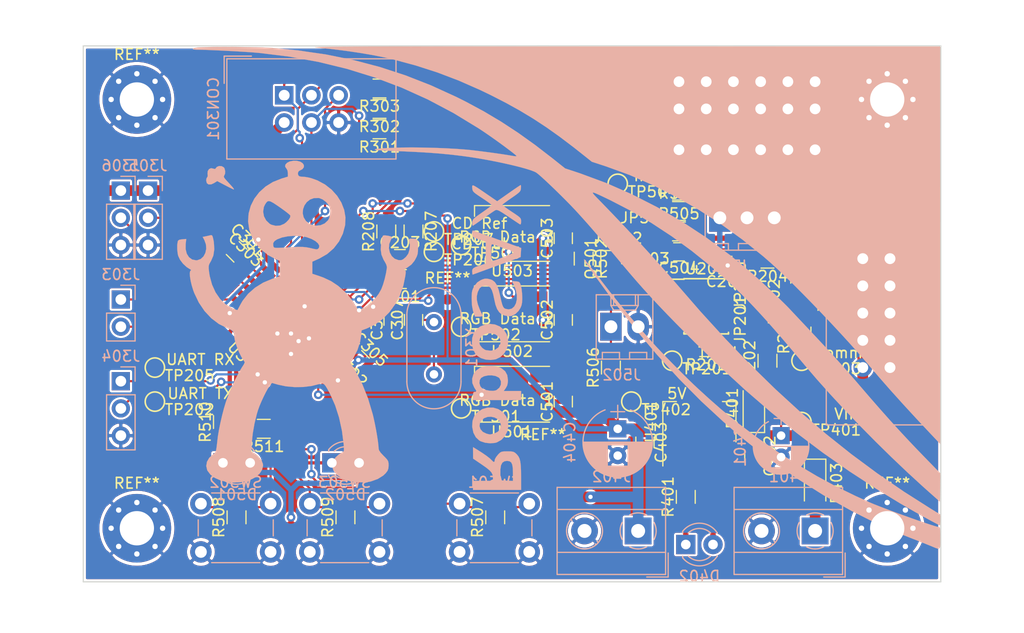
<source format=kicad_pcb>
(kicad_pcb (version 20170922) (host pcbnew "(2017-10-29 revision a6f84051e)-master")
  (layers (0 F.Cu signal) (31 B.Cu signal) (34 B.Paste user) (35 F.Paste user) (36 B.SilkS user hide) (37 F.SilkS user) (38 B.Mask user) (39 F.Mask user) (44 Edge.Cuts user))
  (net 0 "")
  (net 1 +5V)
  (net 2 GND)
  (net 3 /Bus/AIN0)
  (net 4 /Bus/AIN1)
  (net 5 "Net-(C301-Pad2)")
  (net 6 /Controller/XTAL1)
  (net 7 /Controller/XTAL2)
  (net 8 +12V)
  (net 9 /Controller/MISO)
  (net 10 /Controller/SCK)
  (net 11 /Controller/MOSI)
  (net 12 /Controller/~RESET)
  (net 13 "Net-(D201-Pad1)")
  (net 14 /Bus/COMM_A)
  (net 15 /Bus/COMM_B)
  (net 16 "Net-(D402-Pad1)")
  (net 17 "Net-(D501-Pad1)")
  (net 18 "Net-(D502-Pad1)")
  (net 19 /Controller/PB0)
  (net 20 /Controller/PB1)
  (net 21 /Controller/PB2)
  (net 22 /Controller/PB3)
  (net 23 /Controller/PB4)
  (net 24 /Controller/PB5)
  (net 25 /Controller/PC1)
  (net 26 /Controller/PD2)
  (net 27 /Bus/RX)
  (net 28 /Bus/TX)
  (net 29 /Controller/ADC6)
  (net 30 /Controller/ADC7)
  (net 31 /Interface/IR_LED_DRV)
  (net 32 /Controller/BTN)
  (net 33 "Net-(JP201-Pad1)")
  (net 34 "Net-(JP202-Pad1)")
  (net 35 "Net-(JP203-Pad2)")
  (net 36 "Net-(JP501-Pad1)")
  (net 37 "Net-(JP501-Pad2)")
  (net 38 "Net-(JP502-Pad1)")
  (net 39 "Net-(JP503-Pad1)")
  (net 40 "Net-(Q501-Pad1)")
  (net 41 /Bus/TX_EN)
  (net 42 /Controller/LED_IR)
  (net 43 /Controller/PUSH1)
  (net 44 /Controller/PUSH2)
  (net 45 /Controller/LED1)
  (net 46 /Controller/LED2)
  (net 47 /Controller/RGB_D)
  (net 48 "Net-(TP502-Pad1)")
  (net 49 "Net-(TP505-Pad1)")
  (net 50 "Net-(U503-Pad2)")
  (net 51 "Net-(D403-Pad2)")
  (module LOGO (layer B.Cu) (at 140 75 180)
    (fp_text reference G*** hide)
    (fp_text value LOGO hide)
  )
  (module Fiducials:Fiducial_1mm_Dia_2mm_Outer (layer F.Cu) (at 168.275 64.77)
    (fp_text reference REF** (at 0 -2) (layer F.SilkS))
    (fp_text value Fiducial_1mm_Dia_2mm_Outer)
    (pad ~ smd circle (at 0 0) (size 1 1) (layers F.Cu F.Mask) (clearance 0.5))
  )
  (module Fiducials:Fiducial_1mm_Dia_2mm_Outer (layer F.Cu) (at 142.875 88.265)
    (fp_text reference REF** (at 0 -2) (layer F.SilkS))
    (fp_text value Fiducial_1mm_Dia_2mm_Outer)
    (pad ~ smd circle (at 0 0) (size 1 1) (layers F.Cu F.Mask) (clearance 0.5))
  )
  (module Fiducials:Fiducial_1mm_Dia_2mm_Outer (layer F.Cu) (at 119.38 81.915)
    (fp_text reference REF** (at 0 -2) (layer F.SilkS))
    (fp_text value Fiducial_1mm_Dia_2mm_Outer)
    (pad ~ smd circle (at 0 0) (size 1 1) (layers F.Cu F.Mask) (clearance 0.5))
  )
  (module Fiducials:Fiducial_1mm_Dia_2mm_Outer (layer F.Cu) (at 133.985 73.66)
    (fp_text reference REF** (at 0 -2) (layer F.SilkS))
    (fp_text value Fiducial_1mm_Dia_2mm_Outer)
    (pad ~ smd circle (at 0 0) (size 1 1) (layers F.Cu F.Mask) (clearance 0.5))
  )
  (module LOGO (layer F.Cu) (at 139.065 56.515)
    (fp_text reference G*** hide)
    (fp_text value LOGO hide)
  )
  (module SMD_Jumper:Jumper_SMD_02 (layer F.Cu) (at 163.83 75.565 270)
    (fp_text reference JP201 (at 0 2.54 270) (layer F.SilkS))
    (fp_text value "COMMA PU")
    (pad 2 smd trapezoid (at -0.6096 0 90) (size 1 1.8) (rect_delta 0.75 0) (layers F.Cu F.Paste F.Mask) (net 14 /Bus/COMM_A))
    (pad 1 smd trapezoid (at 0.6096 0 270) (size 1 1.8) (rect_delta 0.75 0) (layers F.Cu F.Paste F.Mask) (net 33 "Net-(JP201-Pad1)"))
  )
  (module SMD_Jumper:Jumper_SMD_02 (layer F.Cu) (at 167.005 74.041 270)
    (fp_text reference JP202 (at 0 2.54 270) (layer F.SilkS))
    (fp_text value TERM)
    (pad 2 smd trapezoid (at -0.6096 0 90) (size 1 1.8) (rect_delta 0.75 0) (layers F.Cu F.Paste F.Mask) (net 15 /Bus/COMM_B))
    (pad 1 smd trapezoid (at 0.6096 0 270) (size 1 1.8) (rect_delta 0.75 0) (layers F.Cu F.Paste F.Mask) (net 34 "Net-(JP202-Pad1)"))
  )
  (module SMD_Jumper:Jumper_SMD_02 (layer F.Cu) (at 163.83 72.39 270)
    (fp_text reference JP203 (at 0 2.54 270) (layer F.SilkS))
    (fp_text value "COMMB PD")
    (pad 2 smd trapezoid (at -0.6096 0 90) (size 1 1.8) (rect_delta 0.75 0) (layers F.Cu F.Paste F.Mask) (net 35 "Net-(JP203-Pad2)"))
    (pad 1 smd trapezoid (at 0.6096 0 270) (size 1 1.8) (rect_delta 0.75 0) (layers F.Cu F.Paste F.Mask) (net 15 /Bus/COMM_B))
  )
  (module SMD_Jumper:Jumper_SMD_02 (layer F.Cu) (at 152.4 63.5)
    (fp_text reference JP501 (at 0 2.54) (layer F.SilkS))
    (fp_text value "IR 12mA")
    (pad 2 smd trapezoid (at -0.6096 0 180) (size 1 1.8) (rect_delta 0.75 0) (layers F.Cu F.Paste F.Mask) (net 37 "Net-(JP501-Pad2)"))
    (pad 1 smd trapezoid (at 0.6096 0) (size 1 1.8) (rect_delta 0.75 0) (layers F.Cu F.Paste F.Mask) (net 36 "Net-(JP501-Pad1)"))
  )
  (module SMD_Jumper:Jumper_SMD_02 (layer F.Cu) (at 149.86 65.405)
    (fp_text reference JP502 (at 0 2.54) (layer F.SilkS))
    (fp_text value "IR 24mA")
    (pad 2 smd trapezoid (at -0.6096 0 180) (size 1 1.8) (rect_delta 0.75 0) (layers F.Cu F.Paste F.Mask) (net 37 "Net-(JP501-Pad2)"))
    (pad 1 smd trapezoid (at 0.6096 0) (size 1 1.8) (rect_delta 0.75 0) (layers F.Cu F.Paste F.Mask) (net 38 "Net-(JP502-Pad1)"))
  )
  (module SMD_Jumper:Jumper_SMD_02 (layer F.Cu) (at 152.4 67.31)
    (fp_text reference JP503 (at 0 2.54) (layer F.SilkS))
    (fp_text value "IR 48mA")
    (pad 2 smd trapezoid (at -0.6096 0 180) (size 1 1.8) (rect_delta 0.75 0) (layers F.Cu F.Paste F.Mask) (net 37 "Net-(JP501-Pad2)"))
    (pad 1 smd trapezoid (at 0.6096 0) (size 1 1.8) (rect_delta 0.75 0) (layers F.Cu F.Paste F.Mask) (net 39 "Net-(JP503-Pad1)"))
  )
  (module Mounting_Holes:MountingHole_3.2mm_M3_Pad_Via (layer F.Cu) (at 105 95)
    (fp_text reference REF** (at 0 -4.2) (layer F.SilkS))
    (fp_text value MountingHole_3.2mm_M3_Pad_Via)
    (pad ~ thru_hole circle (at 0 0) (size 6.4 6.4) (drill 3.2) (layers *.Cu *.Mask) (net 2 GND))
    (pad 1 thru_hole circle (at 2.4 0) (size 0.8 0.8) (drill 0.5) (layers *.Cu *.Mask))
    (pad 1 thru_hole circle (at 1.697056 1.697056) (size 0.8 0.8) (drill 0.5) (layers *.Cu *.Mask))
    (pad 1 thru_hole circle (at 0 2.4) (size 0.8 0.8) (drill 0.5) (layers *.Cu *.Mask))
    (pad 1 thru_hole circle (at -1.697056 1.697056) (size 0.8 0.8) (drill 0.5) (layers *.Cu *.Mask))
    (pad 1 thru_hole circle (at -2.4 0) (size 0.8 0.8) (drill 0.5) (layers *.Cu *.Mask))
    (pad 1 thru_hole circle (at -1.697056 -1.697056) (size 0.8 0.8) (drill 0.5) (layers *.Cu *.Mask))
    (pad 1 thru_hole circle (at 0 -2.4) (size 0.8 0.8) (drill 0.5) (layers *.Cu *.Mask))
    (pad 1 thru_hole circle (at 1.697056 -1.697056) (size 0.8 0.8) (drill 0.5) (layers *.Cu *.Mask))
  )
  (module Mounting_Holes:MountingHole_3.2mm_M3_Pad_Via (layer F.Cu) (at 105 55)
    (fp_text reference REF** (at 0 -4.2) (layer F.SilkS))
    (fp_text value MountingHole_3.2mm_M3_Pad_Via)
    (pad 1 thru_hole circle (at 1.697056 -1.697056) (size 0.8 0.8) (drill 0.5) (layers *.Cu *.Mask))
    (pad 1 thru_hole circle (at 0 -2.4) (size 0.8 0.8) (drill 0.5) (layers *.Cu *.Mask))
    (pad 1 thru_hole circle (at -1.697056 -1.697056) (size 0.8 0.8) (drill 0.5) (layers *.Cu *.Mask))
    (pad 1 thru_hole circle (at -2.4 0) (size 0.8 0.8) (drill 0.5) (layers *.Cu *.Mask))
    (pad 1 thru_hole circle (at -1.697056 1.697056) (size 0.8 0.8) (drill 0.5) (layers *.Cu *.Mask))
    (pad 1 thru_hole circle (at 0 2.4) (size 0.8 0.8) (drill 0.5) (layers *.Cu *.Mask))
    (pad 1 thru_hole circle (at 1.697056 1.697056) (size 0.8 0.8) (drill 0.5) (layers *.Cu *.Mask))
    (pad 1 thru_hole circle (at 2.4 0) (size 0.8 0.8) (drill 0.5) (layers *.Cu *.Mask))
    (pad ~ thru_hole circle (at 0 0) (size 6.4 6.4) (drill 3.2) (layers *.Cu *.Mask) (net 2 GND))
  )
  (module Mounting_Holes:MountingHole_3.2mm_M3_Pad_Via (layer F.Cu) (at 175 55)
    (fp_text reference REF** (at 0 -4.2) (layer F.SilkS))
    (fp_text value MountingHole_3.2mm_M3_Pad_Via)
    (pad ~ thru_hole circle (at 0 0) (size 6.4 6.4) (drill 3.2) (layers *.Cu *.Mask) (net 2 GND))
    (pad 1 thru_hole circle (at 2.4 0) (size 0.8 0.8) (drill 0.5) (layers *.Cu *.Mask))
    (pad 1 thru_hole circle (at 1.697056 1.697056) (size 0.8 0.8) (drill 0.5) (layers *.Cu *.Mask))
    (pad 1 thru_hole circle (at 0 2.4) (size 0.8 0.8) (drill 0.5) (layers *.Cu *.Mask))
    (pad 1 thru_hole circle (at -1.697056 1.697056) (size 0.8 0.8) (drill 0.5) (layers *.Cu *.Mask))
    (pad 1 thru_hole circle (at -2.4 0) (size 0.8 0.8) (drill 0.5) (layers *.Cu *.Mask))
    (pad 1 thru_hole circle (at -1.697056 -1.697056) (size 0.8 0.8) (drill 0.5) (layers *.Cu *.Mask))
    (pad 1 thru_hole circle (at 0 -2.4) (size 0.8 0.8) (drill 0.5) (layers *.Cu *.Mask))
    (pad 1 thru_hole circle (at 1.697056 -1.697056) (size 0.8 0.8) (drill 0.5) (layers *.Cu *.Mask))
  )
  (module Mounting_Holes:MountingHole_3.2mm_M3_Pad_Via (layer F.Cu) (at 175 95)
    (fp_text reference REF** (at 0 -4.2) (layer F.SilkS))
    (fp_text value MountingHole_3.2mm_M3_Pad_Via)
    (pad 1 thru_hole circle (at 1.697056 -1.697056) (size 0.8 0.8) (drill 0.5) (layers *.Cu *.Mask))
    (pad 1 thru_hole circle (at 0 -2.4) (size 0.8 0.8) (drill 0.5) (layers *.Cu *.Mask))
    (pad 1 thru_hole circle (at -1.697056 -1.697056) (size 0.8 0.8) (drill 0.5) (layers *.Cu *.Mask))
    (pad 1 thru_hole circle (at -2.4 0) (size 0.8 0.8) (drill 0.5) (layers *.Cu *.Mask))
    (pad 1 thru_hole circle (at -1.697056 1.697056) (size 0.8 0.8) (drill 0.5) (layers *.Cu *.Mask))
    (pad 1 thru_hole circle (at 0 2.4) (size 0.8 0.8) (drill 0.5) (layers *.Cu *.Mask))
    (pad 1 thru_hole circle (at 1.697056 1.697056) (size 0.8 0.8) (drill 0.5) (layers *.Cu *.Mask))
    (pad 1 thru_hole circle (at 2.4 0) (size 0.8 0.8) (drill 0.5) (layers *.Cu *.Mask))
    (pad ~ thru_hole circle (at 0 0) (size 6.4 6.4) (drill 3.2) (layers *.Cu *.Mask) (net 2 GND))
  )
  (module Capacitors_SMD:C_0805 (layer F.Cu) (at 160.02 70.485 180)
    (fp_text reference C201 (at 0 -1.5 180) (layer F.SilkS))
    (fp_text value 10u)
    (pad 1 smd rect (at -1 0 180) (size 1 1.25) (layers F.Cu F.Paste F.Mask) (net 1 +5V))
    (pad 2 smd rect (at 1 0 180) (size 1 1.25) (layers F.Cu F.Paste F.Mask) (net 2 GND))
  )
  (module Capacitors_SMD:C_0805 (layer F.Cu) (at 172.085 64.77)
    (fp_text reference C202 (at 0 -1.5) (layer F.SilkS))
    (fp_text value 22p)
    (pad 2 smd rect (at 1 0) (size 1 1.25) (layers F.Cu F.Paste F.Mask) (net 2 GND))
    (pad 1 smd rect (at -1 0) (size 1 1.25) (layers F.Cu F.Paste F.Mask) (net 3 /Bus/AIN0))
  )
  (module Capacitors_SMD:C_0805 (layer F.Cu) (at 129.54 69.85)
    (fp_text reference C203 (at 0 -1.5) (layer F.SilkS))
    (fp_text value 470p)
    (pad 2 smd rect (at 1 0) (size 1 1.25) (layers F.Cu F.Paste F.Mask) (net 2 GND))
    (pad 1 smd rect (at -1 0) (size 1 1.25) (layers F.Cu F.Paste F.Mask) (net 4 /Bus/AIN1))
  )
  (module Capacitors_SMD:C_0805 (layer F.Cu) (at 114.3 69.215 315)
    (fp_text reference C301 (at 0 -1.5 315) (layer F.SilkS))
    (fp_text value 100n)
    (pad 2 smd rect (at 1 0 315) (size 1 1.25) (layers F.Cu F.Paste F.Mask) (net 5 "Net-(C301-Pad2)"))
    (pad 1 smd rect (at -1 0 315) (size 1 1.25) (layers F.Cu F.Paste F.Mask) (net 2 GND))
  )
  (module Capacitors_SMD:C_0805 (layer F.Cu) (at 123.825 81.28 315)
    (fp_text reference C302 (at 0 -1.5 315) (layer F.SilkS))
    (fp_text value 100n)
    (pad 1 smd rect (at -1 0 315) (size 1 1.25) (layers F.Cu F.Paste F.Mask) (net 1 +5V))
    (pad 2 smd rect (at 1 0 315) (size 1 1.25) (layers F.Cu F.Paste F.Mask) (net 2 GND))
  )
  (module Capacitors_SMD:C_0805 (layer F.Cu) (at 116.205 67.945 135)
    (fp_text reference C303 (at 0 -1.5 135) (layer F.SilkS))
    (fp_text value 100n)
    (pad 1 smd rect (at -1 0 135) (size 1 1.25) (layers F.Cu F.Paste F.Mask) (net 1 +5V))
    (pad 2 smd rect (at 1 0 135) (size 1 1.25) (layers F.Cu F.Paste F.Mask) (net 2 GND))
  )
  (module Capacitors_SMD:C_0805 (layer F.Cu) (at 152.4 54.61 90)
    (fp_text reference C304 (at 0 -1.5 90) (layer F.SilkS))
    (fp_text value 100n)
    (pad 2 smd rect (at 1 0 90) (size 1 1.25) (layers F.Cu F.Paste F.Mask) (net 2 GND))
    (pad 1 smd rect (at -1 0 90) (size 1 1.25) (layers F.Cu F.Paste F.Mask) (net 1 +5V))
  )
  (module Capacitors_SMD:C_0805 (layer F.Cu) (at 125.73 79.375 315)
    (fp_text reference C305 (at 0 -1.5 315) (layer F.SilkS))
    (fp_text value 100n)
    (pad 1 smd rect (at -1 0 315) (size 1 1.25) (layers F.Cu F.Paste F.Mask) (net 1 +5V))
    (pad 2 smd rect (at 1 0 315) (size 1 1.25) (layers F.Cu F.Paste F.Mask) (net 2 GND))
  )
  (module Capacitors_SMD:C_0805 (layer F.Cu) (at 128.905 75.565 90)
    (fp_text reference C306 (at 0 -1.5 90) (layer F.SilkS))
    (fp_text value 22p)
    (pad 1 smd rect (at -1 0 90) (size 1 1.25) (layers F.Cu F.Paste F.Mask) (net 6 /Controller/XTAL1))
    (pad 2 smd rect (at 1 0 90) (size 1 1.25) (layers F.Cu F.Paste F.Mask) (net 2 GND))
  )
  (module Capacitors_SMD:C_0805 (layer F.Cu) (at 130.81 75.565 90)
    (fp_text reference C307 (at 0 -1.5 90) (layer F.SilkS))
    (fp_text value 22p)
    (pad 2 smd rect (at 1 0 90) (size 1 1.25) (layers F.Cu F.Paste F.Mask) (net 2 GND))
    (pad 1 smd rect (at -1 0 90) (size 1 1.25) (layers F.Cu F.Paste F.Mask) (net 7 /Controller/XTAL2))
  )
  (module Capacitors_THT:CP_Radial_D5.0mm_P2.00mm (layer B.Cu) (at 165.1 86.36 270)
    (fp_text reference C401 (at 1 3.81 270) (layer B.SilkS) (effects (justify mirror)))
    (fp_text value 4u7)
    (pad 1 thru_hole rect (at 0 0 270) (size 1.6 1.6) (drill 0.8) (layers *.Cu *.Mask) (net 8 +12V))
    (pad 2 thru_hole circle (at 2 0 270) (size 1.6 1.6) (drill 0.8) (layers *.Cu *.Mask) (net 2 GND))
  )
  (module Capacitors_SMD:C_0805 (layer F.Cu) (at 162.56 88.265 270)
    (fp_text reference C402 (at 0 -1.5 270) (layer F.SilkS))
    (fp_text value 100n)
    (pad 2 smd rect (at 1 0 270) (size 1 1.25) (layers F.Cu F.Paste F.Mask) (net 2 GND))
    (pad 1 smd rect (at -1 0 270) (size 1 1.25) (layers F.Cu F.Paste F.Mask) (net 8 +12V))
  )
  (module Capacitors_SMD:C_0805 (layer F.Cu) (at 152.4 86.995 270)
    (fp_text reference C403 (at 0 -1.5 270) (layer F.SilkS))
    (fp_text value 100n)
    (pad 1 smd rect (at -1 0 270) (size 1 1.25) (layers F.Cu F.Paste F.Mask) (net 1 +5V))
    (pad 2 smd rect (at 1 0 270) (size 1 1.25) (layers F.Cu F.Paste F.Mask) (net 2 GND))
  )
  (module Capacitors_THT:CP_Radial_D6.3mm_P2.50mm (layer B.Cu) (at 149.86 85.725 270)
    (fp_text reference C404 (at 1.25 4.46 270) (layer B.SilkS) (effects (justify mirror)))
    (fp_text value 47u)
    (pad 1 thru_hole rect (at 0 0 270) (size 1.6 1.6) (drill 0.8) (layers *.Cu *.Mask) (net 1 +5V))
    (pad 2 thru_hole circle (at 2.5 0 270) (size 1.6 1.6) (drill 0.8) (layers *.Cu *.Mask) (net 2 GND))
  )
  (module Capacitors_SMD:C_0805 (layer F.Cu) (at 144.78 83.185 90)
    (fp_text reference C501 (at 0 -1.5 90) (layer F.SilkS))
    (fp_text value 10u)
    (pad 1 smd rect (at -1 0 90) (size 1 1.25) (layers F.Cu F.Paste F.Mask) (net 1 +5V))
    (pad 2 smd rect (at 1 0 90) (size 1 1.25) (layers F.Cu F.Paste F.Mask) (net 2 GND))
  )
  (module Capacitors_SMD:C_0805 (layer F.Cu) (at 144.78 75.565 90)
    (fp_text reference C502 (at 0 -1.5 90) (layer F.SilkS))
    (fp_text value 10u)
    (pad 2 smd rect (at 1 0 90) (size 1 1.25) (layers F.Cu F.Paste F.Mask) (net 2 GND))
    (pad 1 smd rect (at -1 0 90) (size 1 1.25) (layers F.Cu F.Paste F.Mask) (net 1 +5V))
  )
  (module Capacitors_SMD:C_0805 (layer F.Cu) (at 144.78 67.945 90)
    (fp_text reference C503 (at 0 -1.5 90) (layer F.SilkS))
    (fp_text value 10u)
    (pad 1 smd rect (at -1 0 90) (size 1 1.25) (layers F.Cu F.Paste F.Mask) (net 1 +5V))
    (pad 2 smd rect (at 1 0 90) (size 1 1.25) (layers F.Cu F.Paste F.Mask) (net 2 GND))
  )
  (module Capacitors_SMD:C_0805 (layer F.Cu) (at 155.575 69.215 180)
    (fp_text reference C504 (at 0 -1.5 180) (layer F.SilkS))
    (fp_text value 100n)
    (pad 2 smd rect (at 1 0 180) (size 1 1.25) (layers F.Cu F.Paste F.Mask) (net 2 GND))
    (pad 1 smd rect (at -1 0 180) (size 1 1.25) (layers F.Cu F.Paste F.Mask) (net 1 +5V))
  )
  (module Connectors_IDC:IDC-Header_2x03_Pitch2.54mm_Straight (layer B.Cu) (at 118.745 54.61 270)
    (fp_text reference CON301 (at 1.27 6.604 270) (layer B.SilkS) (effects (justify mirror)))
    (fp_text value AVR_ISP)
    (pad 1 thru_hole rect (at 0 0 270) (size 1.7272 1.7272) (drill 1.016) (layers *.Cu *.Mask) (net 9 /Controller/MISO))
    (pad 2 thru_hole oval (at 2.54 0 270) (size 1.7272 1.7272) (drill 1.016) (layers *.Cu *.Mask) (net 1 +5V))
    (pad 3 thru_hole oval (at 0 -2.54 270) (size 1.7272 1.7272) (drill 1.016) (layers *.Cu *.Mask) (net 10 /Controller/SCK))
    (pad 4 thru_hole oval (at 2.54 -2.54 270) (size 1.7272 1.7272) (drill 1.016) (layers *.Cu *.Mask) (net 11 /Controller/MOSI))
    (pad 5 thru_hole oval (at 0 -5.08 270) (size 1.7272 1.7272) (drill 1.016) (layers *.Cu *.Mask) (net 12 /Controller/~RESET))
    (pad 6 thru_hole oval (at 2.54 -5.08 270) (size 1.7272 1.7272) (drill 1.016) (layers *.Cu *.Mask) (net 2 GND))
  )
  (module Diodes_SMD:D_SOD-123 (layer F.Cu) (at 169.545 73.025 270)
    (fp_text reference D201 (at 0 -2 270) (layer F.SilkS))
    (fp_text value 1N4148)
    (pad 1 smd rect (at -1.65 0 270) (size 0.9 1.2) (layers F.Cu F.Paste F.Mask) (net 13 "Net-(D201-Pad1)"))
    (pad 2 smd rect (at 1.65 0 270) (size 0.9 1.2) (layers F.Cu F.Paste F.Mask) (net 14 /Bus/COMM_A))
  )
  (module Diodes_SMD:D_SOD-123 (layer F.Cu) (at 167.005 70.485 270)
    (fp_text reference D202 (at 0 -2 270) (layer F.SilkS))
    (fp_text value 1N4148)
    (pad 1 smd rect (at -1.65 0 270) (size 0.9 1.2) (layers F.Cu F.Paste F.Mask) (net 13 "Net-(D201-Pad1)"))
    (pad 2 smd rect (at 1.65 0 270) (size 0.9 1.2) (layers F.Cu F.Paste F.Mask) (net 15 /Bus/COMM_B))
  )
  (module Diodes_SMD:D_SOD-123 (layer F.Cu) (at 162.56 83.82 90)
    (fp_text reference D401 (at 0 -2 90) (layer F.SilkS))
    (fp_text value 1N4148)
    (pad 2 smd rect (at 1.65 0 90) (size 0.9 1.2) (layers F.Cu F.Paste F.Mask) (net 1 +5V))
    (pad 1 smd rect (at -1.65 0 90) (size 0.9 1.2) (layers F.Cu F.Paste F.Mask) (net 8 +12V))
  )
  (module LEDs:LED_D3.0mm (layer B.Cu) (at 156.21 96.52)
    (fp_text reference D402 (at 1.27 2.96) (layer B.SilkS) (effects (justify mirror)))
    (fp_text value LED2)
    (pad 1 thru_hole rect (at 0 0) (size 1.8 1.8) (drill 0.9) (layers *.Cu *.Mask) (net 16 "Net-(D402-Pad1)"))
    (pad 2 thru_hole circle (at 2.54 0) (size 1.8 1.8) (drill 0.9) (layers *.Cu *.Mask) (net 1 +5V))
  )
  (module LEDs:LED_D3.0mm (layer B.Cu) (at 113.03 88.9)
    (fp_text reference D501 (at 1.27 2.96) (layer B.SilkS) (effects (justify mirror)))
    (fp_text value LED1)
    (pad 1 thru_hole rect (at 0 0) (size 1.8 1.8) (drill 0.9) (layers *.Cu *.Mask) (net 17 "Net-(D501-Pad1)"))
    (pad 2 thru_hole circle (at 2.54 0) (size 1.8 1.8) (drill 0.9) (layers *.Cu *.Mask) (net 1 +5V))
  )
  (module LEDs:LED_D3.0mm (layer B.Cu) (at 123.19 88.9)
    (fp_text reference D502 (at 1.27 2.96) (layer B.SilkS) (effects (justify mirror)))
    (fp_text value LED2)
    (pad 2 thru_hole circle (at 2.54 0) (size 1.8 1.8) (drill 0.9) (layers *.Cu *.Mask) (net 1 +5V))
    (pad 1 thru_hole rect (at 0 0) (size 1.8 1.8) (drill 0.9) (layers *.Cu *.Mask) (net 18 "Net-(D502-Pad1)"))
  )
  (module Socket_Strips:Socket_Strip_Straight_2x06_Pitch2.54mm (layer B.Cu) (at 155.575 55.88 270)
    (fp_text reference J301 (at -1.27 2.33 270) (layer B.SilkS) (effects (justify mirror)))
    (fp_text value "Power B")
    (pad 1 thru_hole rect (at 0 0 270) (size 1.7 1.7) (drill 1) (layers *.Cu *.Mask) (net 1 +5V))
    (pad 2 thru_hole oval (at -2.54 0 270) (size 1.7 1.7) (drill 1) (layers *.Cu *.Mask) (net 2 GND))
    (pad 3 thru_hole oval (at 0 -2.54 270) (size 1.7 1.7) (drill 1) (layers *.Cu *.Mask) (net 1 +5V))
    (pad 4 thru_hole oval (at -2.54 -2.54 270) (size 1.7 1.7) (drill 1) (layers *.Cu *.Mask) (net 2 GND))
    (pad 5 thru_hole oval (at 0 -5.08 270) (size 1.7 1.7) (drill 1) (layers *.Cu *.Mask) (net 1 +5V))
    (pad 6 thru_hole oval (at -2.54 -5.08 270) (size 1.7 1.7) (drill 1) (layers *.Cu *.Mask) (net 2 GND))
    (pad 7 thru_hole oval (at 0 -7.62 270) (size 1.7 1.7) (drill 1) (layers *.Cu *.Mask) (net 1 +5V))
    (pad 8 thru_hole oval (at -2.54 -7.62 270) (size 1.7 1.7) (drill 1) (layers *.Cu *.Mask) (net 2 GND))
    (pad 9 thru_hole oval (at 0 -10.16 270) (size 1.7 1.7) (drill 1) (layers *.Cu *.Mask) (net 1 +5V))
    (pad 10 thru_hole oval (at -2.54 -10.16 270) (size 1.7 1.7) (drill 1) (layers *.Cu *.Mask) (net 2 GND))
    (pad 11 thru_hole oval (at 0 -12.7 270) (size 1.7 1.7) (drill 1) (layers *.Cu *.Mask) (net 1 +5V))
    (pad 12 thru_hole oval (at -2.54 -12.7 270) (size 1.7 1.7) (drill 1) (layers *.Cu *.Mask) (net 2 GND))
  )
  (module Socket_Strips:Socket_Strip_Straight_1x06_Pitch2.54mm (layer B.Cu) (at 155.575 59.69 270)
    (fp_text reference J302 (at 0 2.33 270) (layer B.SilkS) (effects (justify mirror)))
    (fp_text value "Port B")
    (pad 1 thru_hole rect (at 0 0 270) (size 1.7 1.7) (drill 1) (layers *.Cu *.Mask) (net 19 /Controller/PB0))
    (pad 2 thru_hole oval (at 0 -2.54 270) (size 1.7 1.7) (drill 1) (layers *.Cu *.Mask) (net 20 /Controller/PB1))
    (pad 3 thru_hole oval (at 0 -5.08 270) (size 1.7 1.7) (drill 1) (layers *.Cu *.Mask) (net 21 /Controller/PB2))
    (pad 4 thru_hole oval (at 0 -7.62 270) (size 1.7 1.7) (drill 1) (layers *.Cu *.Mask) (net 22 /Controller/PB3))
    (pad 5 thru_hole oval (at 0 -10.16 270) (size 1.7 1.7) (drill 1) (layers *.Cu *.Mask) (net 23 /Controller/PB4))
    (pad 6 thru_hole oval (at 0 -12.7 270) (size 1.7 1.7) (drill 1) (layers *.Cu *.Mask) (net 24 /Controller/PB5))
  )
  (module Socket_Strips:Socket_Strip_Straight_1x02_Pitch2.54mm (layer B.Cu) (at 103.505 73.66 180)
    (fp_text reference J303 (at 0 2.33 180) (layer B.SilkS) (effects (justify mirror)))
    (fp_text value Spare)
    (pad 1 thru_hole rect (at 0 0 180) (size 1.7 1.7) (drill 1) (layers *.Cu *.Mask) (net 25 /Controller/PC1))
    (pad 2 thru_hole oval (at 0 -2.54 180) (size 1.7 1.7) (drill 1) (layers *.Cu *.Mask) (net 26 /Controller/PD2))
  )
  (module Socket_Strips:Socket_Strip_Straight_1x03_Pitch2.54mm (layer B.Cu) (at 103.505 81.28 180)
    (fp_text reference J304 (at 0 2.33 180) (layer B.SilkS) (effects (justify mirror)))
    (fp_text value UART)
    (pad 1 thru_hole rect (at 0 0 180) (size 1.7 1.7) (drill 1) (layers *.Cu *.Mask) (net 27 /Bus/RX))
    (pad 2 thru_hole oval (at 0 -2.54 180) (size 1.7 1.7) (drill 1) (layers *.Cu *.Mask) (net 28 /Bus/TX))
    (pad 3 thru_hole oval (at 0 -5.08 180) (size 1.7 1.7) (drill 1) (layers *.Cu *.Mask) (net 2 GND))
  )
  (module Socket_Strips:Socket_Strip_Straight_1x03_Pitch2.54mm (layer B.Cu) (at 106.045 63.5 180)
    (fp_text reference J305 (at 0 2.33 180) (layer B.SilkS) (effects (justify mirror)))
    (fp_text value ADC6)
    (pad 3 thru_hole oval (at 0 -5.08 180) (size 1.7 1.7) (drill 1) (layers *.Cu *.Mask) (net 2 GND))
    (pad 2 thru_hole oval (at 0 -2.54 180) (size 1.7 1.7) (drill 1) (layers *.Cu *.Mask) (net 29 /Controller/ADC6))
    (pad 1 thru_hole rect (at 0 0 180) (size 1.7 1.7) (drill 1) (layers *.Cu *.Mask) (net 1 +5V))
  )
  (module Socket_Strips:Socket_Strip_Straight_1x03_Pitch2.54mm (layer B.Cu) (at 103.505 63.5 180)
    (fp_text reference J306 (at 0 2.33 180) (layer B.SilkS) (effects (justify mirror)))
    (fp_text value ADC7)
    (pad 1 thru_hole rect (at 0 0 180) (size 1.7 1.7) (drill 1) (layers *.Cu *.Mask) (net 1 +5V))
    (pad 2 thru_hole oval (at 0 -2.54 180) (size 1.7 1.7) (drill 1) (layers *.Cu *.Mask) (net 30 /Controller/ADC7))
    (pad 3 thru_hole oval (at 0 -5.08 180) (size 1.7 1.7) (drill 1) (layers *.Cu *.Mask) (net 2 GND))
  )
  (module TerminalBlock_MetzConnect:TerminalBlock_MetzConnect_Type055_RT01502HDWU_Pitch5.00mm (layer B.Cu) (at 151.765 95.25 180)
    (fp_text reference J402 (at 2.5 5.06 180) (layer B.SilkS) (effects (justify mirror)))
    (fp_text value 5V)
    (pad 1 thru_hole rect (at 0 0 180) (size 2.5 2.5) (drill 1.3) (layers *.Cu *.Mask) (net 1 +5V))
    (pad 2 thru_hole circle (at 5 0 180) (size 2.5 2.5) (drill 1.3) (layers *.Cu *.Mask) (net 2 GND))
  )
  (module TO_SOT_Packages_SMD:SOT-23 (layer F.Cu) (at 149.86 69.85 90)
    (fp_text reference Q501 (at 0 -2.5 90) (layer F.SilkS))
    (fp_text value NTR4003N)
    (pad 1 smd rect (at -1 -0.95 90) (size 0.9 0.8) (layers F.Cu F.Paste F.Mask) (net 40 "Net-(Q501-Pad1)"))
    (pad 2 smd rect (at -1 0.95 90) (size 0.9 0.8) (layers F.Cu F.Paste F.Mask) (net 2 GND))
    (pad 3 smd rect (at 1 0 90) (size 0.9 0.8) (layers F.Cu F.Paste F.Mask) (net 37 "Net-(JP501-Pad2)"))
  )
  (module Resistors_SMD:R_0805 (layer F.Cu) (at 158.115 78.105 180)
    (fp_text reference R201 (at 0 -1.65 180) (layer F.SilkS))
    (fp_text value 10k)
    (pad 1 smd rect (at -0.95 0 180) (size 0.7 1.3) (layers F.Cu F.Paste F.Mask) (net 2 GND))
    (pad 2 smd rect (at 0.95 0 180) (size 0.7 1.3) (layers F.Cu F.Paste F.Mask) (net 41 /Bus/TX_EN))
  )
  (module Resistors_SMD:R_0805 (layer F.Cu) (at 163.83 79.375 90)
    (fp_text reference R202 (at 0 -1.65 90) (layer F.SilkS))
    (fp_text value 1k)
    (pad 2 smd rect (at 0.95 0 90) (size 0.7 1.3) (layers F.Cu F.Paste F.Mask) (net 33 "Net-(JP201-Pad1)"))
    (pad 1 smd rect (at -0.95 0 90) (size 0.7 1.3) (layers F.Cu F.Paste F.Mask) (net 1 +5V))
  )
  (module Resistors_SMD:R_0805 (layer F.Cu) (at 167.005 76.835 90)
    (fp_text reference R203 (at 0 -1.65 90) (layer F.SilkS))
    (fp_text value 150)
    (pad 1 smd rect (at -0.95 0 90) (size 0.7 1.3) (layers F.Cu F.Paste F.Mask) (net 14 /Bus/COMM_A))
    (pad 2 smd rect (at 0.95 0 90) (size 0.7 1.3) (layers F.Cu F.Paste F.Mask) (net 34 "Net-(JP202-Pad1)"))
  )
  (module Resistors_SMD:R_0805 (layer F.Cu) (at 163.83 69.85 180)
    (fp_text reference R204 (at 0 -1.65 180) (layer F.SilkS))
    (fp_text value 1k)
    (pad 2 smd rect (at 0.95 0 180) (size 0.7 1.3) (layers F.Cu F.Paste F.Mask) (net 2 GND))
    (pad 1 smd rect (at -0.95 0 180) (size 0.7 1.3) (layers F.Cu F.Paste F.Mask) (net 35 "Net-(JP203-Pad2)"))
  )
  (module Resistors_SMD:R_0805 (layer F.Cu) (at 169.545 68.58 270)
    (fp_text reference R205 (at 0 -1.65 270) (layer F.SilkS))
    (fp_text value 100)
    (pad 1 smd rect (at -0.95 0 270) (size 0.7 1.3) (layers F.Cu F.Paste F.Mask) (net 3 /Bus/AIN0))
    (pad 2 smd rect (at 0.95 0 270) (size 0.7 1.3) (layers F.Cu F.Paste F.Mask) (net 13 "Net-(D201-Pad1)"))
  )
  (module Resistors_SMD:R_0805 (layer F.Cu) (at 172.085 66.675)
    (fp_text reference R206 (at 0 -1.65) (layer F.SilkS))
    (fp_text value 22k)
    (pad 2 smd rect (at 0.95 0) (size 0.7 1.3) (layers F.Cu F.Paste F.Mask) (net 2 GND))
    (pad 1 smd rect (at -0.95 0) (size 0.7 1.3) (layers F.Cu F.Paste F.Mask) (net 3 /Bus/AIN0))
  )
  (module Resistors_SMD:R_0805 (layer F.Cu) (at 130.81 67.31 270)
    (fp_text reference R207 (at 0 -1.65 270) (layer F.SilkS))
    (fp_text value 3k3)
    (pad 2 smd rect (at 0.95 0 270) (size 0.7 1.3) (layers F.Cu F.Paste F.Mask) (net 4 /Bus/AIN1))
    (pad 1 smd rect (at -0.95 0 270) (size 0.7 1.3) (layers F.Cu F.Paste F.Mask) (net 1 +5V))
  )
  (module Resistors_SMD:R_0805 (layer F.Cu) (at 128.27 67.31 90)
    (fp_text reference R208 (at 0 -1.65 90) (layer F.SilkS))
    (fp_text value 2k2)
    (pad 1 smd rect (at -0.95 0 90) (size 0.7 1.3) (layers F.Cu F.Paste F.Mask) (net 4 /Bus/AIN1))
    (pad 2 smd rect (at 0.95 0 90) (size 0.7 1.3) (layers F.Cu F.Paste F.Mask) (net 2 GND))
  )
  (module Resistors_SMD:R_0805 (layer F.Cu) (at 127.635 57.785 180)
    (fp_text reference R301 (at 0 -1.65 180) (layer F.SilkS))
    (fp_text value 1k)
    (pad 1 smd rect (at -0.95 0 180) (size 0.7 1.3) (layers F.Cu F.Paste F.Mask) (net 22 /Controller/PB3))
    (pad 2 smd rect (at 0.95 0 180) (size 0.7 1.3) (layers F.Cu F.Paste F.Mask) (net 11 /Controller/MOSI))
  )
  (module Resistors_SMD:R_0805 (layer F.Cu) (at 127.635 55.88 180)
    (fp_text reference R302 (at 0 -1.65 180) (layer F.SilkS))
    (fp_text value 1k)
    (pad 1 smd rect (at -0.95 0 180) (size 0.7 1.3) (layers F.Cu F.Paste F.Mask) (net 24 /Controller/PB5))
    (pad 2 smd rect (at 0.95 0 180) (size 0.7 1.3) (layers F.Cu F.Paste F.Mask) (net 10 /Controller/SCK))
  )
  (module Resistors_SMD:R_0805 (layer F.Cu) (at 127.635 53.975 180)
    (fp_text reference R303 (at 0 -1.65 180) (layer F.SilkS))
    (fp_text value 1k)
    (pad 2 smd rect (at 0.95 0 180) (size 0.7 1.3) (layers F.Cu F.Paste F.Mask) (net 9 /Controller/MISO))
    (pad 1 smd rect (at -0.95 0 180) (size 0.7 1.3) (layers F.Cu F.Paste F.Mask) (net 23 /Controller/PB4))
  )
  (module Resistors_SMD:R_0805 (layer F.Cu) (at 156.21 92.075 90)
    (fp_text reference R401 (at 0 -1.65 90) (layer F.SilkS))
    (fp_text value 2k2)
    (pad 2 smd rect (at 0.95 0 90) (size 0.7 1.3) (layers F.Cu F.Paste F.Mask) (net 2 GND))
    (pad 1 smd rect (at -0.95 0 90) (size 0.7 1.3) (layers F.Cu F.Paste F.Mask) (net 16 "Net-(D402-Pad1)"))
  )
  (module Resistors_SMD:R_0805 (layer F.Cu) (at 129.54 71.755 180)
    (fp_text reference R501 (at 0 -1.65 180) (layer F.SilkS))
    (fp_text value 100)
    (pad 2 smd rect (at 0.95 0 180) (size 0.7 1.3) (layers F.Cu F.Paste F.Mask) (net 42 /Controller/LED_IR))
    (pad 1 smd rect (at -0.95 0 180) (size 0.7 1.3) (layers F.Cu F.Paste F.Mask) (net 40 "Net-(Q501-Pad1)"))
  )
  (module Resistors_SMD:R_0805 (layer F.Cu) (at 146.685 69.85 270)
    (fp_text reference R502 (at 0 -1.65 270) (layer F.SilkS))
    (fp_text value 100k)
    (pad 2 smd rect (at 0.95 0 270) (size 0.7 1.3) (layers F.Cu F.Paste F.Mask) (net 40 "Net-(Q501-Pad1)"))
    (pad 1 smd rect (at -0.95 0 270) (size 0.7 1.3) (layers F.Cu F.Paste F.Mask) (net 2 GND))
  )
  (module Resistors_SMD:R_0805 (layer F.Cu) (at 155.575 63.5)
    (fp_text reference R503 (at 0 -1.65) (layer F.SilkS))
    (fp_text value 300)
    (pad 1 smd rect (at -0.95 0) (size 0.7 1.3) (layers F.Cu F.Paste F.Mask) (net 36 "Net-(JP501-Pad1)"))
    (pad 2 smd rect (at 0.95 0) (size 0.7 1.3) (layers F.Cu F.Paste F.Mask) (net 31 /Interface/IR_LED_DRV))
  )
  (module Resistors_SMD:R_0805 (layer F.Cu) (at 155.575 65.405)
    (fp_text reference R504 (at 0 -1.65) (layer F.SilkS))
    (fp_text value 150)
    (pad 2 smd rect (at 0.95 0) (size 0.7 1.3) (layers F.Cu F.Paste F.Mask) (net 31 /Interface/IR_LED_DRV))
    (pad 1 smd rect (at -0.95 0) (size 0.7 1.3) (layers F.Cu F.Paste F.Mask) (net 38 "Net-(JP502-Pad1)"))
  )
  (module Resistors_SMD:R_0805 (layer F.Cu) (at 155.575 67.31)
    (fp_text reference R505 (at 0 -1.65) (layer F.SilkS))
    (fp_text value 75)
    (pad 1 smd rect (at -0.95 0) (size 0.7 1.3) (layers F.Cu F.Paste F.Mask) (net 39 "Net-(JP503-Pad1)"))
    (pad 2 smd rect (at 0.95 0) (size 0.7 1.3) (layers F.Cu F.Paste F.Mask) (net 31 /Interface/IR_LED_DRV))
  )
  (module Resistors_SMD:R_0805 (layer F.Cu) (at 149.225 80.01 90)
    (fp_text reference R506 (at 0 -1.65 90) (layer F.SilkS))
    (fp_text value 10k)
    (pad 1 smd rect (at -0.95 0 90) (size 0.7 1.3) (layers F.Cu F.Paste F.Mask) (net 1 +5V))
    (pad 2 smd rect (at 0.95 0 90) (size 0.7 1.3) (layers F.Cu F.Paste F.Mask) (net 32 /Controller/BTN))
  )
  (module Resistors_SMD:R_0805 (layer F.Cu) (at 138.43 93.98 90)
    (fp_text reference R507 (at 0 -1.65 90) (layer F.SilkS))
    (fp_text value 10k)
    (pad 1 smd rect (at -0.95 0 90) (size 0.7 1.3) (layers F.Cu F.Paste F.Mask) (net 1 +5V))
    (pad 2 smd rect (at 0.95 0 90) (size 0.7 1.3) (layers F.Cu F.Paste F.Mask) (net 12 /Controller/~RESET))
  )
  (module Resistors_SMD:R_0805 (layer F.Cu) (at 114.3 93.98 90)
    (fp_text reference R508 (at 0 -1.65 90) (layer F.SilkS))
    (fp_text value 10k)
    (pad 2 smd rect (at 0.95 0 90) (size 0.7 1.3) (layers F.Cu F.Paste F.Mask) (net 43 /Controller/PUSH1))
    (pad 1 smd rect (at -0.95 0 90) (size 0.7 1.3) (layers F.Cu F.Paste F.Mask) (net 1 +5V))
  )
  (module Resistors_SMD:R_0805 (layer F.Cu) (at 124.46 93.98 90)
    (fp_text reference R509 (at 0 -1.65 90) (layer F.SilkS))
    (fp_text value 10k)
    (pad 1 smd rect (at -0.95 0 90) (size 0.7 1.3) (layers F.Cu F.Paste F.Mask) (net 1 +5V))
    (pad 2 smd rect (at 0.95 0 90) (size 0.7 1.3) (layers F.Cu F.Paste F.Mask) (net 44 /Controller/PUSH2))
  )
  (module Resistors_SMD:R_0805 (layer F.Cu) (at 113.03 85.09 90)
    (fp_text reference R510 (at 0 -1.65 90) (layer F.SilkS))
    (fp_text value 430)
    (pad 2 smd rect (at 0.95 0 90) (size 0.7 1.3) (layers F.Cu F.Paste F.Mask) (net 45 /Controller/LED1))
    (pad 1 smd rect (at -0.95 0 90) (size 0.7 1.3) (layers F.Cu F.Paste F.Mask) (net 17 "Net-(D501-Pad1)"))
  )
  (module Resistors_SMD:R_0805 (layer F.Cu) (at 116.84 85.725 180)
    (fp_text reference R511 (at 0 -1.65 180) (layer F.SilkS))
    (fp_text value 430)
    (pad 1 smd rect (at -0.95 0 180) (size 0.7 1.3) (layers F.Cu F.Paste F.Mask) (net 18 "Net-(D502-Pad1)"))
    (pad 2 smd rect (at 0.95 0 180) (size 0.7 1.3) (layers F.Cu F.Paste F.Mask) (net 46 /Controller/LED2))
  )
  (module Buttons_Switches_THT:SW_PUSH_6mm_h5mm (layer B.Cu) (at 141.605 92.71 180)
    (fp_text reference SW501 (at 3.25 2 180) (layer B.SilkS) (effects (justify mirror)))
    (fp_text value Reset)
    (pad 2 thru_hole circle (at 0 -4.5 90) (size 2 2) (drill 1.1) (layers *.Cu *.Mask) (net 2 GND))
    (pad 1 thru_hole circle (at 0 0 90) (size 2 2) (drill 1.1) (layers *.Cu *.Mask) (net 12 /Controller/~RESET))
    (pad 2 thru_hole circle (at 6.5 -4.5 90) (size 2 2) (drill 1.1) (layers *.Cu *.Mask) (net 2 GND))
    (pad 1 thru_hole circle (at 6.5 0 90) (size 2 2) (drill 1.1) (layers *.Cu *.Mask) (net 12 /Controller/~RESET))
  )
  (module Buttons_Switches_THT:SW_PUSH_6mm_h5mm (layer B.Cu) (at 117.475 92.71 180)
    (fp_text reference SW502 (at 3.25 2 180) (layer B.SilkS) (effects (justify mirror)))
    (fp_text value "Push 1")
    (pad 1 thru_hole circle (at 6.5 0 90) (size 2 2) (drill 1.1) (layers *.Cu *.Mask) (net 43 /Controller/PUSH1))
    (pad 2 thru_hole circle (at 6.5 -4.5 90) (size 2 2) (drill 1.1) (layers *.Cu *.Mask) (net 2 GND))
    (pad 1 thru_hole circle (at 0 0 90) (size 2 2) (drill 1.1) (layers *.Cu *.Mask) (net 43 /Controller/PUSH1))
    (pad 2 thru_hole circle (at 0 -4.5 90) (size 2 2) (drill 1.1) (layers *.Cu *.Mask) (net 2 GND))
  )
  (module Buttons_Switches_THT:SW_PUSH_6mm_h5mm (layer B.Cu) (at 127.635 92.71 180)
    (fp_text reference SW503 (at 3.25 2 180) (layer B.SilkS) (effects (justify mirror)))
    (fp_text value "Push 2")
    (pad 2 thru_hole circle (at 0 -4.5 90) (size 2 2) (drill 1.1) (layers *.Cu *.Mask) (net 2 GND))
    (pad 1 thru_hole circle (at 0 0 90) (size 2 2) (drill 1.1) (layers *.Cu *.Mask) (net 44 /Controller/PUSH2))
    (pad 2 thru_hole circle (at 6.5 -4.5 90) (size 2 2) (drill 1.1) (layers *.Cu *.Mask) (net 2 GND))
    (pad 1 thru_hole circle (at 6.5 0 90) (size 2 2) (drill 1.1) (layers *.Cu *.Mask) (net 44 /Controller/PUSH2))
  )
  (module Test:TEST_10 (layer F.Cu) (at 135.255 83.82)
    (fp_text reference TP501 (at 3.25 0.75) (layer F.SilkS))
    (fp_text value "RGB Data 1" (at 4.25 -0.75) (layer F.SilkS))
    (pad 1 smd circle (at 0 0) (size 1 1) (layers F.Cu F.Paste F.Mask) (net 47 /Controller/RGB_D))
  )
  (module Test:TEST_10 (layer F.Cu) (at 135.255 76.2)
    (fp_text reference TP502 (at 3.25 0.75) (layer F.SilkS))
    (fp_text value "RGB Data 2" (at 4.25 -0.75) (layer F.SilkS))
    (pad 1 smd circle (at 0 0) (size 1 1) (layers F.Cu F.Paste F.Mask) (net 48 "Net-(TP502-Pad1)"))
  )
  (module Test:TEST_10 (layer F.Cu) (at 161.925 63.5)
    (fp_text reference TP503 (at 3.25 0.75) (layer F.SilkS))
    (fp_text value "IR LED" (at 4.25 -0.75) (layer F.SilkS))
    (pad 1 smd circle (at 0 0) (size 1 1) (layers F.Cu F.Paste F.Mask) (net 31 /Interface/IR_LED_DRV))
  )
  (module Test:TEST_10 (layer F.Cu) (at 149.86 62.865)
    (fp_text reference TP504 (at 3.25 0.75) (layer F.SilkS))
    (fp_text value "IR PWM" (at 4.25 -0.75) (layer F.SilkS))
    (pad 1 smd circle (at 0 0) (size 1 1) (layers F.Cu F.Paste F.Mask) (net 37 "Net-(JP501-Pad2)"))
  )
  (module Test:TEST_10 (layer F.Cu) (at 135.255 68.58)
    (fp_text reference TP505 (at 3.25 0.75) (layer F.SilkS))
    (fp_text value "RGB Data 3" (at 4.25 -0.75) (layer F.SilkS))
    (pad 1 smd circle (at 0 0) (size 1 1) (layers F.Cu F.Paste F.Mask) (net 49 "Net-(TP505-Pad1)"))
  )
  (module Housings_SOIC:SOIC-8_3.9x4.9mm_Pitch1.27mm (layer F.Cu) (at 158.115 74.295)
    (fp_text reference U201 (at 0 -3.5) (layer F.SilkS))
    (fp_text value ST485C)
    (pad 1 smd rect (at -2.7 -1.905) (size 1.55 0.6) (layers F.Cu F.Paste F.Mask) (net 27 /Bus/RX))
    (pad 2 smd rect (at -2.7 -0.635) (size 1.55 0.6) (layers F.Cu F.Paste F.Mask) (net 2 GND))
    (pad 3 smd rect (at -2.7 0.635) (size 1.55 0.6) (layers F.Cu F.Paste F.Mask) (net 41 /Bus/TX_EN))
    (pad 4 smd rect (at -2.7 1.905) (size 1.55 0.6) (layers F.Cu F.Paste F.Mask) (net 28 /Bus/TX))
    (pad 5 smd rect (at 2.7 1.905) (size 1.55 0.6) (layers F.Cu F.Paste F.Mask) (net 2 GND))
    (pad 6 smd rect (at 2.7 0.635) (size 1.55 0.6) (layers F.Cu F.Paste F.Mask) (net 14 /Bus/COMM_A))
    (pad 7 smd rect (at 2.7 -0.635) (size 1.55 0.6) (layers F.Cu F.Paste F.Mask) (net 15 /Bus/COMM_B))
    (pad 8 smd rect (at 2.7 -1.905) (size 1.55 0.6) (layers F.Cu F.Paste F.Mask) (net 1 +5V))
  )
  (module Housings_QFP:TQFP-32_7x7mm_Pitch0.8mm (layer F.Cu) (at 119.38 74.93 135)
    (fp_text reference U301 (at 0 -6.05 135) (layer F.SilkS))
    (fp_text value ATMEGA88A-AU)
    (pad 1 smd rect (at -4.25 -2.8 135) (size 1.6 0.55) (layers F.Cu F.Paste F.Mask) (net 47 /Controller/RGB_D))
    (pad 2 smd rect (at -4.25 -2 135) (size 1.6 0.55) (layers F.Cu F.Paste F.Mask) (net 32 /Controller/BTN))
    (pad 3 smd rect (at -4.25 -1.2 135) (size 1.6 0.55) (layers F.Cu F.Paste F.Mask) (net 2 GND))
    (pad 4 smd rect (at -4.25 -0.4 135) (size 1.6 0.55) (layers F.Cu F.Paste F.Mask) (net 1 +5V))
    (pad 5 smd rect (at -4.25 0.4 135) (size 1.6 0.55) (layers F.Cu F.Paste F.Mask) (net 2 GND))
    (pad 6 smd rect (at -4.25 1.2 135) (size 1.6 0.55) (layers F.Cu F.Paste F.Mask) (net 1 +5V))
    (pad 7 smd rect (at -4.25 2 135) (size 1.6 0.55) (layers F.Cu F.Paste F.Mask) (net 6 /Controller/XTAL1))
    (pad 8 smd rect (at -4.25 2.8 135) (size 1.6 0.55) (layers F.Cu F.Paste F.Mask) (net 7 /Controller/XTAL2))
    (pad 9 smd rect (at -2.8 4.25 225) (size 1.6 0.55) (layers F.Cu F.Paste F.Mask) (net 42 /Controller/LED_IR))
    (pad 10 smd rect (at -2 4.25 225) (size 1.6 0.55) (layers F.Cu F.Paste F.Mask) (net 3 /Bus/AIN0))
    (pad 11 smd rect (at -1.2 4.25 225) (size 1.6 0.55) (layers F.Cu F.Paste F.Mask) (net 4 /Bus/AIN1))
    (pad 12 smd rect (at -0.4 4.25 225) (size 1.6 0.55) (layers F.Cu F.Paste F.Mask) (net 19 /Controller/PB0))
    (pad 13 smd rect (at 0.4 4.25 225) (size 1.6 0.55) (layers F.Cu F.Paste F.Mask) (net 20 /Controller/PB1))
    (pad 14 smd rect (at 1.2 4.25 225) (size 1.6 0.55) (layers F.Cu F.Paste F.Mask) (net 21 /Controller/PB2))
    (pad 15 smd rect (at 2 4.25 225) (size 1.6 0.55) (layers F.Cu F.Paste F.Mask) (net 11 /Controller/MOSI))
    (pad 16 smd rect (at 2.8 4.25 225) (size 1.6 0.55) (layers F.Cu F.Paste F.Mask) (net 9 /Controller/MISO))
    (pad 17 smd rect (at 4.25 2.8 135) (size 1.6 0.55) (layers F.Cu F.Paste F.Mask) (net 10 /Controller/SCK))
    (pad 18 smd rect (at 4.25 2 135) (size 1.6 0.55) (layers F.Cu F.Paste F.Mask) (net 1 +5V))
    (pad 19 smd rect (at 4.25 1.2 135) (size 1.6 0.55) (layers F.Cu F.Paste F.Mask) (net 29 /Controller/ADC6))
    (pad 20 smd rect (at 4.25 0.4 135) (size 1.6 0.55) (layers F.Cu F.Paste F.Mask) (net 5 "Net-(C301-Pad2)"))
    (pad 21 smd rect (at 4.25 -0.4 135) (size 1.6 0.55) (layers F.Cu F.Paste F.Mask) (net 2 GND))
    (pad 22 smd rect (at 4.25 -1.2 135) (size 1.6 0.55) (layers F.Cu F.Paste F.Mask) (net 30 /Controller/ADC7))
    (pad 23 smd rect (at 4.25 -2 135) (size 1.6 0.55) (layers F.Cu F.Paste F.Mask) (net 41 /Bus/TX_EN))
    (pad 24 smd rect (at 4.25 -2.8 135) (size 1.6 0.55) (layers F.Cu F.Paste F.Mask) (net 25 /Controller/PC1))
    (pad 25 smd rect (at 2.8 -4.25 225) (size 1.6 0.55) (layers F.Cu F.Paste F.Mask) (net 45 /Controller/LED1))
    (pad 26 smd rect (at 2 -4.25 225) (size 1.6 0.55) (layers F.Cu F.Paste F.Mask) (net 46 /Controller/LED2))
    (pad 27 smd rect (at 1.2 -4.25 225) (size 1.6 0.55) (layers F.Cu F.Paste F.Mask) (net 43 /Controller/PUSH1))
    (pad 28 smd rect (at 0.4 -4.25 225) (size 1.6 0.55) (layers F.Cu F.Paste F.Mask) (net 44 /Controller/PUSH2))
    (pad 29 smd rect (at -0.4 -4.25 225) (size 1.6 0.55) (layers F.Cu F.Paste F.Mask) (net 12 /Controller/~RESET))
    (pad 30 smd rect (at -1.2 -4.25 225) (size 1.6 0.55) (layers F.Cu F.Paste F.Mask) (net 27 /Bus/RX))
    (pad 31 smd rect (at -2 -4.25 225) (size 1.6 0.55) (layers F.Cu F.Paste F.Mask) (net 28 /Bus/TX))
    (pad 32 smd rect (at -2.8 -4.25 225) (size 1.6 0.55) (layers F.Cu F.Paste F.Mask) (net 26 /Controller/PD2))
  )
  (module LEDs:LED_WS2812B-PLCC4 (layer F.Cu) (at 140 82.5 180)
    (fp_text reference U501 (at 0 -3.5 180) (layer F.SilkS))
    (fp_text value WS2812B)
    (pad 3 smd rect (at 2.5 1.6 180) (size 1.6 1) (layers F.Cu F.Paste F.Mask) (net 2 GND))
    (pad 4 smd rect (at 2.5 -1.6 180) (size 1.6 1) (layers F.Cu F.Paste F.Mask) (net 47 /Controller/RGB_D))
    (pad 2 smd rect (at -2.5 1.6 180) (size 1.6 1) (layers F.Cu F.Paste F.Mask) (net 48 "Net-(TP502-Pad1)"))
    (pad 1 smd rect (at -2.5 -1.6 180) (size 1.6 1) (layers F.Cu F.Paste F.Mask) (net 1 +5V))
  )
  (module LEDs:LED_WS2812B-PLCC4 (layer F.Cu) (at 140 75 180)
    (fp_text reference U502 (at 0 -3.5 180) (layer F.SilkS))
    (fp_text value WS2812B)
    (pad 3 smd rect (at 2.5 1.6 180) (size 1.6 1) (layers F.Cu F.Paste F.Mask) (net 2 GND))
    (pad 4 smd rect (at 2.5 -1.6 180) (size 1.6 1) (layers F.Cu F.Paste F.Mask) (net 48 "Net-(TP502-Pad1)"))
    (pad 2 smd rect (at -2.5 1.6 180) (size 1.6 1) (layers F.Cu F.Paste F.Mask) (net 49 "Net-(TP505-Pad1)"))
    (pad 1 smd rect (at -2.5 -1.6 180) (size 1.6 1) (layers F.Cu F.Paste F.Mask) (net 1 +5V))
  )
  (module LEDs:LED_WS2812B-PLCC4 (layer F.Cu) (at 140 67.5 180)
    (fp_text reference U503 (at 0 -3.5 180) (layer F.SilkS))
    (fp_text value WS2812B)
    (pad 1 smd rect (at -2.5 -1.6 180) (size 1.6 1) (layers F.Cu F.Paste F.Mask) (net 1 +5V))
    (pad 2 smd rect (at -2.5 1.6 180) (size 1.6 1) (layers F.Cu F.Paste F.Mask) (net 50 "Net-(U503-Pad2)"))
    (pad 4 smd rect (at 2.5 -1.6 180) (size 1.6 1) (layers F.Cu F.Paste F.Mask) (net 49 "Net-(TP505-Pad1)"))
    (pad 3 smd rect (at 2.5 1.6 180) (size 1.6 1) (layers F.Cu F.Paste F.Mask) (net 2 GND))
  )
  (module TerminalBlock_MetzConnect:TerminalBlock_MetzConnect_Type055_RT01502HDWU_Pitch5.00mm (layer B.Cu) (at 168.275 95.25 180)
    (fp_text reference J401 (at 2.5 5.06 180) (layer B.SilkS) (effects (justify mirror)))
    (fp_text value 6.5V-12V)
    (pad 1 thru_hole rect (at 0 0 180) (size 2.5 2.5) (drill 1.3) (layers *.Cu *.Mask) (net 51 "Net-(D403-Pad2)"))
    (pad 2 thru_hole circle (at 5 0 180) (size 2.5 2.5) (drill 1.3) (layers *.Cu *.Mask) (net 2 GND))
  )
  (module TO_SOT_Packages_SMD:SOT-223-3_TabPin2 (layer F.Cu) (at 157.48 85.09 90)
    (fp_text reference U401 (at 0 -4.5 90) (layer F.SilkS))
    (fp_text value AZ1117-5.0)
    (pad 2 smd rect (at 3.15 0 90) (size 2 3.8) (layers F.Cu F.Paste F.Mask) (net 1 +5V))
    (pad 2 smd rect (at -3.15 0 90) (size 2 1.5) (layers F.Cu F.Paste F.Mask) (net 1 +5V))
    (pad 3 smd rect (at -3.15 2.3 90) (size 2 1.5) (layers F.Cu F.Paste F.Mask) (net 8 +12V))
    (pad 1 smd rect (at -3.15 -2.3 90) (size 2 1.5) (layers F.Cu F.Paste F.Mask) (net 2 GND))
  )
  (module Connectors_Molex:Molex_KK-6410-03_03x2.54mm_Straight (layer B.Cu) (at 159.385 66.04)
    (fp_text reference J501 (at 1 4.5) (layer B.SilkS) (effects (justify mirror)))
    (fp_text value "IR LED")
    (pad 1 thru_hole rect (at 0 0) (size 2 2.6) (drill 1.2) (layers *.Cu *.Mask) (net 1 +5V))
    (pad 2 thru_hole oval (at 2.54 0) (size 2 2.6) (drill 1.2) (layers *.Cu *.Mask) (net 31 /Interface/IR_LED_DRV))
    (pad 3 thru_hole oval (at 5.08 0) (size 2 2.6) (drill 1.2) (layers *.Cu *.Mask) (net 1 +5V))
  )
  (module Connectors_Molex:Molex_KK-6410-02_02x2.54mm_Straight (layer B.Cu) (at 149.225 76.2)
    (fp_text reference J502 (at 1 4.5) (layer B.SilkS) (effects (justify mirror)))
    (fp_text value Button)
    (pad 1 thru_hole rect (at 0 0) (size 2 2.6) (drill 1.2) (layers *.Cu *.Mask) (net 32 /Controller/BTN))
    (pad 2 thru_hole oval (at 2.54 0) (size 2 2.6) (drill 1.2) (layers *.Cu *.Mask) (net 2 GND))
  )
  (module Connectors_IDC:IDC-Header_2x05_Pitch2.54mm_Straight (layer B.Cu) (at 175.26 69.85 180)
    (fp_text reference J201 (at 1.27 6.604 180) (layer B.SilkS) (effects (justify mirror)))
    (fp_text value Bus)
    (pad 1 thru_hole rect (at 0 0 180) (size 1.7272 1.7272) (drill 1.016) (layers *.Cu *.Mask) (net 1 +5V))
    (pad 2 thru_hole oval (at 2.54 0 180) (size 1.7272 1.7272) (drill 1.016) (layers *.Cu *.Mask) (net 2 GND))
    (pad 3 thru_hole oval (at 0 -2.54 180) (size 1.7272 1.7272) (drill 1.016) (layers *.Cu *.Mask) (net 1 +5V))
    (pad 4 thru_hole oval (at 2.54 -2.54 180) (size 1.7272 1.7272) (drill 1.016) (layers *.Cu *.Mask) (net 2 GND))
    (pad 5 thru_hole oval (at 0 -5.08 180) (size 1.7272 1.7272) (drill 1.016) (layers *.Cu *.Mask) (net 14 /Bus/COMM_A))
    (pad 6 thru_hole oval (at 2.54 -5.08 180) (size 1.7272 1.7272) (drill 1.016) (layers *.Cu *.Mask) (net 15 /Bus/COMM_B))
    (pad 7 thru_hole oval (at 0 -7.62 180) (size 1.7272 1.7272) (drill 1.016) (layers *.Cu *.Mask) (net 2 GND))
    (pad 8 thru_hole oval (at 2.54 -7.62 180) (size 1.7272 1.7272) (drill 1.016) (layers *.Cu *.Mask) (net 1 +5V))
    (pad 9 thru_hole oval (at 0 -10.16 180) (size 1.7272 1.7272) (drill 1.016) (layers *.Cu *.Mask) (net 2 GND))
    (pad 10 thru_hole oval (at 2.54 -10.16 180) (size 1.7272 1.7272) (drill 1.016) (layers *.Cu *.Mask) (net 1 +5V))
  )
  (module Diodes_SMD:D_SOD-123 (layer F.Cu) (at 168.275 90.805 270)
    (fp_text reference D403 (at 0 -2 270) (layer F.SilkS))
    (fp_text value PMEG4010ER)
    (pad 1 smd rect (at -1.65 0 270) (size 0.9 1.2) (layers F.Cu F.Paste F.Mask) (net 8 +12V))
    (pad 2 smd rect (at 1.65 0 270) (size 0.9 1.2) (layers F.Cu F.Paste F.Mask) (net 51 "Net-(D403-Pad2)"))
  )
  (module Test:TEST_10 (layer F.Cu) (at 154.94 79.375)
    (fp_text reference TP201 (at 3.25 0.75) (layer F.SilkS))
    (fp_text value TXEN (at 4.25 -0.75) (layer F.SilkS))
    (pad 1 smd circle (at 0 0) (size 1 1) (layers F.Cu F.Paste F.Mask) (net 41 /Bus/TX_EN))
  )
  (module Test:TEST_10 (layer F.Cu) (at 106.68 83.185)
    (fp_text reference TP202 (at 3.25 0.75) (layer F.SilkS))
    (fp_text value "UART TX" (at 4.25 -0.75) (layer F.SilkS))
    (pad 1 smd circle (at 0 0) (size 1 1) (layers F.Cu F.Paste F.Mask) (net 28 /Bus/TX))
  )
  (module Test:TEST_10 (layer F.Cu) (at 167.005 79.375)
    (fp_text reference TP203 (at 3.25 0.75) (layer F.SilkS))
    (fp_text value "Comm A" (at 4.25 -0.75) (layer F.SilkS))
    (pad 1 smd circle (at 0 0) (size 1 1) (layers F.Cu F.Paste F.Mask) (net 14 /Bus/COMM_A))
  )
  (module Test:TEST_10 (layer F.Cu) (at 167.005 67.31)
    (fp_text reference TP204 (at 3.25 0.75) (layer F.SilkS))
    (fp_text value "Comm B" (at 4.25 -0.75) (layer F.SilkS))
    (pad 1 smd circle (at 0 0) (size 1 1) (layers F.Cu F.Paste F.Mask) (net 15 /Bus/COMM_B))
  )
  (module Test:TEST_10 (layer F.Cu) (at 106.68 80.01)
    (fp_text reference TP205 (at 3.25 0.75) (layer F.SilkS))
    (fp_text value "UART RX" (at 4.25 -0.75) (layer F.SilkS))
    (pad 1 smd circle (at 0 0) (size 1 1) (layers F.Cu F.Paste F.Mask) (net 27 /Bus/RX))
  )
  (module Test:TEST_10 (layer F.Cu) (at 132.715 69.215)
    (fp_text reference TP206 (at 3.25 0.75) (layer F.SilkS))
    (fp_text value "CD Out" (at 4.25 -0.75) (layer F.SilkS))
    (pad 1 smd circle (at 0 0) (size 1 1) (layers F.Cu F.Paste F.Mask) (net 3 /Bus/AIN0))
  )
  (module Test:TEST_10 (layer F.Cu) (at 132.715 67.31)
    (fp_text reference TP207 (at 3.25 0.75) (layer F.SilkS))
    (fp_text value "CD Ref" (at 4.25 -0.75) (layer F.SilkS))
    (pad 1 smd circle (at 0 0) (size 1 1) (layers F.Cu F.Paste F.Mask) (net 4 /Bus/AIN1))
  )
  (module Test:TEST_10 (layer F.Cu) (at 167.005 85.09)
    (fp_text reference TP401 (at 3.25 0.75) (layer F.SilkS))
    (fp_text value VIN (at 4.25 -0.75) (layer F.SilkS))
    (pad 1 smd circle (at 0 0) (size 1 1) (layers F.Cu F.Paste F.Mask) (net 8 +12V))
  )
  (module Test:TEST_10 (layer F.Cu) (at 151.13 83.185)
    (fp_text reference TP402 (at 3.25 0.75) (layer F.SilkS))
    (fp_text value 5V (at 4.25 -0.75) (layer F.SilkS))
    (pad 1 smd circle (at 0 0) (size 1 1) (layers F.Cu F.Paste F.Mask) (net 1 +5V))
  )
  (module Crystals:Crystal_HC49-U_Vertical (layer B.Cu) (at 132.715 80.645 90)
    (fp_text reference Y301 (at 2.44 3.525 90) (layer B.SilkS) (effects (justify mirror)))
    (fp_text value 20MHz)
    (pad 1 thru_hole circle (at 0 0 90) (size 1.5 1.5) (drill 0.8) (layers *.Cu *.Mask) (net 6 /Controller/XTAL1))
    (pad 2 thru_hole circle (at 4.88 0 90) (size 1.5 1.5) (drill 0.8) (layers *.Cu *.Mask) (net 7 /Controller/XTAL2))
  )
  (gr_line (start 100 100) (end 100 50) (layer Edge.Cuts) (width 0.1))
  (gr_line (start 180 100) (end 100 100) (layer Edge.Cuts) (width 0.1))
  (gr_line (start 180 50) (end 180 100) (layer Edge.Cuts) (width 0.1))
  (gr_line (start 100 50) (end 180 50) (layer Edge.Cuts) (width 0.1))
  (segment (start 151.13 83.185) (end 149.86 84.455) (width 0.2) (layer F.Cu) (net 1))
  (segment (start 149.86 84.455) (end 149.86 85.725) (width 0.2) (layer F.Cu) (net 1))
  (segment (start 133.985 66.105) (end 133.985 66.04) (width 0.2) (layer F.Cu) (net 1))
  (segment (start 133.985 66.04) (end 133.77501 65.83001) (width 0.2) (layer F.Cu) (net 1))
  (segment (start 133.77501 65.83001) (end 131.01999 65.83001) (width 0.2) (layer F.Cu) (net 1))
  (segment (start 131.01999 65.83001) (end 130.81 66.04) (width 0.2) (layer F.Cu) (net 1))
  (segment (start 130.81 66.04) (end 130.81 66.36) (width 0.2) (layer F.Cu) (net 1))
  (segment (start 133.985 67.945) (end 133.985 66.105) (width 0.2) (layer B.Cu) (net 1))
  (via (at 133.985 66.105) (size 0.8) (drill 0.4) (layers F.Cu B.Cu) (net 1))
  (segment (start 133.985 67.945) (end 133.985 70.485) (width 0.2) (layer B.Cu) (net 1))
  (segment (start 162.56 82.17) (end 163.83 82.17) (width 1) (layer F.Cu) (net 1))
  (segment (start 163.83 82.17) (end 170.56 82.17) (width 1) (layer F.Cu) (net 1))
  (segment (start 163.83 80.325) (end 163.83 82.17) (width 0.3) (layer F.Cu) (net 1))
  (segment (start 158.115 74.474998) (end 158.115 79.805) (width 0.5) (layer F.Cu) (net 1))
  (segment (start 158.115 79.805) (end 157.48 80.44) (width 0.5) (layer F.Cu) (net 1))
  (segment (start 157.48 80.44) (end 157.48 81.94) (width 0.5) (layer F.Cu) (net 1))
  (segment (start 160.815 72.39) (end 160.199998 72.39) (width 0.5) (layer F.Cu) (net 1))
  (segment (start 160.199998 72.39) (end 158.115 74.474998) (width 0.5) (layer F.Cu) (net 1))
  (segment (start 161.02 70.485) (end 161.02 72.185) (width 0.5) (layer F.Cu) (net 1))
  (segment (start 161.02 72.185) (end 160.815 72.39) (width 0.5) (layer F.Cu) (net 1))
  (segment (start 160.120002 70.485) (end 161.02 70.485) (width 0.5) (layer F.Cu) (net 1))
  (segment (start 159.385 66.04) (end 159.385 69.749998) (width 0.5) (layer B.Cu) (net 1))
  (segment (start 159.385 69.749998) (end 160.120002 70.485) (width 0.5) (layer B.Cu) (net 1))
  (via (at 160.120002 70.485) (size 0.8) (drill 0.4) (layers F.Cu B.Cu) (net 1))
  (segment (start 133.985 79.304288) (end 139.883288 79.304288) (width 0.5) (layer B.Cu) (net 1))
  (segment (start 125.659289 79.304288) (end 133.985 79.304288) (width 0.5) (layer B.Cu) (net 1))
  (segment (start 133.985 79.304288) (end 133.985 70.485) (width 0.2) (layer B.Cu) (net 1))
  (segment (start 116.2685 68.0085) (end 116.912107 68.652107) (width 0.3) (layer F.Cu) (net 1))
  (segment (start 116.84 68.58) (end 116.2685 68.0085) (width 0.3) (layer B.Cu) (net 1))
  (via (at 116.332 68.072) (size 0.8) (drill 0.4) (layers F.Cu B.Cu) (net 1))
  (segment (start 116.84 70.485) (end 116.84 68.58) (width 0.3) (layer B.Cu) (net 1))
  (segment (start 112.914999 74.410001) (end 116.84 70.485) (width 0.3) (layer B.Cu) (net 1))
  (segment (start 118.670816 81.205816) (end 112.914999 75.449999) (width 0.3) (layer B.Cu) (net 1))
  (segment (start 112.914999 75.449999) (end 112.914999 74.410001) (width 0.3) (layer B.Cu) (net 1))
  (segment (start 123.757761 81.205816) (end 118.670816 81.205816) (width 0.3) (layer B.Cu) (net 1))
  (segment (start 139.883288 79.304288) (end 146.304 85.725) (width 0.5) (layer B.Cu) (net 1))
  (segment (start 146.304 85.725) (end 149.86 85.725) (width 0.5) (layer B.Cu) (net 1))
  (segment (start 123.757761 81.205816) (end 123.750816 81.205816) (width 0.5) (layer F.Cu) (net 1))
  (segment (start 123.750816 81.205816) (end 123.117893 80.572893) (width 0.5) (layer F.Cu) (net 1))
  (segment (start 125.659289 79.304288) (end 123.757761 81.205816) (width 0.5) (layer B.Cu) (net 1))
  (via (at 123.757761 81.205816) (size 0.8) (drill 0.4) (layers F.Cu B.Cu) (net 1))
  (segment (start 125.659289 79.304288) (end 125.659288 79.304288) (width 0.5) (layer F.Cu) (net 1))
  (segment (start 125.659288 79.304288) (end 125.022893 78.667893) (width 0.5) (layer F.Cu) (net 1))
  (via (at 125.659289 79.304288) (size 0.8) (drill 0.4) (layers F.Cu B.Cu) (net 1))
  (segment (start 149.225 80.96) (end 149.225 85.09) (width 0.2) (layer F.Cu) (net 1))
  (segment (start 149.225 85.09) (end 149.86 85.725) (width 0.2) (layer F.Cu) (net 1))
  (segment (start 142.875 75.565) (end 142.875 76.225) (width 0.7) (layer F.Cu) (net 1))
  (segment (start 142.875 76.225) (end 142.5 76.6) (width 0.7) (layer F.Cu) (net 1))
  (segment (start 142.875 67.945) (end 142.875 75.565) (width 0.7) (layer B.Cu) (net 1))
  (via (at 142.875 75.565) (size 0.8) (drill 0.4) (layers F.Cu B.Cu) (net 1))
  (segment (start 142.5 69.1) (end 142.5 68.32) (width 0.7) (layer F.Cu) (net 1))
  (segment (start 142.5 68.32) (end 142.875 67.945) (width 0.7) (layer F.Cu) (net 1))
  (via (at 142.875 67.945) (size 0.8) (drill 0.4) (layers F.Cu B.Cu) (net 1))
  (segment (start 142.5 69.1) (end 144.625 69.1) (width 0.7) (layer F.Cu) (net 1))
  (segment (start 144.625 69.1) (end 144.78 68.945) (width 0.7) (layer F.Cu) (net 1))
  (segment (start 144.78 84.185) (end 146.685 84.185) (width 1) (layer F.Cu) (net 1))
  (segment (start 146.685 84.185) (end 148.32 84.185) (width 1) (layer F.Cu) (net 1))
  (segment (start 144.78 78.74) (end 146.685 80.645) (width 1) (layer F.Cu) (net 1))
  (segment (start 146.685 80.645) (end 146.685 84.185) (width 1) (layer F.Cu) (net 1))
  (segment (start 144.78 76.565) (end 144.78 78.74) (width 1) (layer F.Cu) (net 1))
  (segment (start 142.5 76.6) (end 144.745 76.6) (width 1) (layer F.Cu) (net 1))
  (segment (start 144.745 76.6) (end 144.78 76.565) (width 1) (layer F.Cu) (net 1))
  (segment (start 148.32 84.185) (end 149.86 85.725) (width 1) (layer F.Cu) (net 1))
  (segment (start 142.5 84.1) (end 144.695 84.1) (width 1) (layer F.Cu) (net 1))
  (segment (start 144.695 84.1) (end 144.78 84.185) (width 1) (layer F.Cu) (net 1))
  (segment (start 168.275 55.88) (end 175.26 62.865) (width 1) (layer F.Cu) (net 1))
  (segment (start 175.26 62.865) (end 175.26 69.85) (width 1) (layer F.Cu) (net 1))
  (segment (start 155.575 55.88) (end 152.67 55.88) (width 1) (layer F.Cu) (net 1))
  (segment (start 152.67 55.88) (end 152.4 55.61) (width 1) (layer F.Cu) (net 1))
  (segment (start 165.735 55.88) (end 168.275 55.88) (width 1) (layer F.Cu) (net 1))
  (segment (start 163.195 55.88) (end 165.735 55.88) (width 1) (layer F.Cu) (net 1))
  (segment (start 160.655 55.88) (end 163.195 55.88) (width 1) (layer F.Cu) (net 1))
  (segment (start 158.115 55.88) (end 160.655 55.88) (width 1) (layer F.Cu) (net 1))
  (segment (start 155.575 55.88) (end 158.115 55.88) (width 1) (layer F.Cu) (net 1))
  (segment (start 176.275 82.17) (end 172.72 82.17) (width 1) (layer F.Cu) (net 1))
  (segment (start 172.72 82.17) (end 170.56 82.17) (width 1) (layer F.Cu) (net 1))
  (segment (start 172.72 80.01) (end 172.72 82.17) (width 1) (layer F.Cu) (net 1))
  (segment (start 175.26 72.39) (end 177.165 74.295) (width 1) (layer F.Cu) (net 1))
  (segment (start 177.165 74.295) (end 177.165 81.28) (width 1) (layer F.Cu) (net 1))
  (segment (start 177.165 81.28) (end 176.275 82.17) (width 1) (layer F.Cu) (net 1))
  (segment (start 175.26 72.39) (end 175.26 69.85) (width 1) (layer F.Cu) (net 1))
  (segment (start 172.72 77.47) (end 172.72 80.01) (width 1) (layer F.Cu) (net 1))
  (segment (start 114.3 94.93) (end 110.678998 94.93) (width 1) (layer F.Cu) (net 1))
  (segment (start 101.6 88.9) (end 101.6 64.135) (width 1) (layer F.Cu) (net 1))
  (segment (start 110.678998 94.93) (end 109.22 93.471002) (width 1) (layer F.Cu) (net 1))
  (segment (start 109.22 91.44) (end 107.95 90.17) (width 1) (layer F.Cu) (net 1))
  (segment (start 109.22 93.471002) (end 109.22 91.44) (width 1) (layer F.Cu) (net 1))
  (segment (start 107.95 90.17) (end 102.87 90.17) (width 1) (layer F.Cu) (net 1))
  (segment (start 102.87 90.17) (end 101.6 88.9) (width 1) (layer F.Cu) (net 1))
  (segment (start 101.6 64.135) (end 102.235 63.5) (width 1) (layer F.Cu) (net 1))
  (segment (start 102.235 63.5) (end 103.505 63.5) (width 1) (layer F.Cu) (net 1))
  (segment (start 147.32 92.075) (end 151.765 92.075) (width 1) (layer B.Cu) (net 1))
  (segment (start 145.415 92.075) (end 147.32 92.075) (width 1) (layer F.Cu) (net 1))
  (segment (start 138.43 94.93) (end 142.56 94.93) (width 1) (layer F.Cu) (net 1))
  (segment (start 142.56 94.93) (end 145.415 92.075) (width 1) (layer F.Cu) (net 1))
  (segment (start 124.46 94.93) (end 138.43 94.93) (width 1) (layer F.Cu) (net 1))
  (segment (start 119.38 94.93) (end 124.46 94.93) (width 1) (layer F.Cu) (net 1))
  (segment (start 114.3 94.93) (end 119.38 94.93) (width 1) (layer F.Cu) (net 1))
  (segment (start 106.045 63.5) (end 103.505 63.5) (width 1) (layer F.Cu) (net 1))
  (segment (start 117.881401 63.093599) (end 117.475 63.5) (width 1) (layer F.Cu) (net 1))
  (segment (start 117.475 63.5) (end 106.045 63.5) (width 1) (layer F.Cu) (net 1))
  (segment (start 118.745 57.15) (end 117.881401 58.013599) (width 1) (layer F.Cu) (net 1))
  (segment (start 117.881401 58.013599) (end 117.881401 63.093599) (width 1) (layer F.Cu) (net 1))
  (segment (start 117.78901 70.510583) (end 116.912107 69.63368) (width 0.5) (layer F.Cu) (net 1))
  (segment (start 116.912107 69.63368) (end 116.912107 68.652107) (width 0.5) (layer F.Cu) (net 1))
  (segment (start 122.102361 78.218047) (end 123.117893 79.233579) (width 0.5) (layer F.Cu) (net 1))
  (segment (start 123.117893 79.233579) (end 123.117893 80.572893) (width 0.5) (layer F.Cu) (net 1))
  (segment (start 123.233732 77.086676) (end 124.814949 78.667893) (width 0.5) (layer F.Cu) (net 1))
  (segment (start 124.814949 78.667893) (end 125.022893 78.667893) (width 0.5) (layer F.Cu) (net 1))
  (segment (start 119.38 91.44) (end 120.015 90.805) (width 0.5) (layer B.Cu) (net 1))
  (segment (start 120.015 90.805) (end 125.095 90.805) (width 0.5) (layer B.Cu) (net 1))
  (segment (start 125.095 90.805) (end 125.73 90.17) (width 0.5) (layer B.Cu) (net 1))
  (segment (start 125.73 90.17) (end 125.73 88.9) (width 0.5) (layer B.Cu) (net 1))
  (segment (start 151.765 95.25) (end 151.765 92.075) (width 1) (layer B.Cu) (net 1))
  (segment (start 151.765 92.075) (end 151.765 86.36) (width 1) (layer B.Cu) (net 1))
  (segment (start 151.13 85.725) (end 149.86 85.725) (width 1) (layer B.Cu) (net 1))
  (segment (start 151.13 85.725) (end 151.765 86.36) (width 1) (layer B.Cu) (net 1))
  (via (at 147.32 92.075) (size 0.8) (drill 0.4) (layers F.Cu B.Cu) (net 1))
  (segment (start 158.115 94.615) (end 158.75 95.25) (width 0.5) (layer F.Cu) (net 1))
  (segment (start 157.48 88.24) (end 157.48 89.535) (width 0.5) (layer F.Cu) (net 1))
  (segment (start 158.115 94.615) (end 158.115 90.17) (width 0.5) (layer F.Cu) (net 1))
  (segment (start 158.115 90.17) (end 157.48 89.535) (width 0.5) (layer F.Cu) (net 1))
  (segment (start 158.75 95.25) (end 158.75 96.52) (width 0.5) (layer F.Cu) (net 1))
  (segment (start 149.86 85.725) (end 152.13 85.725) (width 1) (layer F.Cu) (net 1))
  (segment (start 152.13 85.725) (end 152.4 85.995) (width 1) (layer F.Cu) (net 1))
  (segment (start 157.48 88.24) (end 157.48 85.725) (width 1) (layer F.Cu) (net 1))
  (segment (start 157.48 85.725) (end 157.48 81.94) (width 1) (layer F.Cu) (net 1))
  (segment (start 152.4 85.995) (end 157.21 85.995) (width 1) (layer F.Cu) (net 1))
  (segment (start 157.21 85.995) (end 157.48 85.725) (width 1) (layer F.Cu) (net 1))
  (segment (start 162.56 82.17) (end 157.71 82.17) (width 1) (layer F.Cu) (net 1))
  (segment (start 157.71 82.17) (end 157.48 81.94) (width 1) (layer F.Cu) (net 1))
  (segment (start 159.385 67.945) (end 162.86 67.945) (width 0.5) (layer F.Cu) (net 1))
  (segment (start 158.845 67.945) (end 159.385 67.945) (width 0.5) (layer F.Cu) (net 1))
  (segment (start 159.385 67.945) (end 159.385 66.04) (width 0.5) (layer F.Cu) (net 1))
  (segment (start 162.86 67.945) (end 164.465 66.34) (width 0.5) (layer F.Cu) (net 1))
  (segment (start 164.465 66.34) (end 164.465 66.04) (width 0.5) (layer F.Cu) (net 1))
  (segment (start 156.575 69.215) (end 157.575 69.215) (width 0.5) (layer F.Cu) (net 1))
  (segment (start 157.575 69.215) (end 158.845 67.945) (width 0.5) (layer F.Cu) (net 1))
  (segment (start 119.38 91.44) (end 117.739999 89.799999) (width 0.5) (layer B.Cu) (net 1))
  (segment (start 117.739999 89.799999) (end 116.469999 89.799999) (width 0.5) (layer B.Cu) (net 1))
  (segment (start 116.469999 89.799999) (end 115.57 88.9) (width 0.5) (layer B.Cu) (net 1))
  (segment (start 119.38 93.98) (end 119.38 91.44) (width 0.5) (layer B.Cu) (net 1))
  (segment (start 119.38 94.93) (end 119.38 93.98) (width 0.5) (layer F.Cu) (net 1))
  (via (at 119.38 93.98) (size 0.8) (drill 0.4) (layers F.Cu B.Cu) (net 1))
  (segment (start 146.93 94.93) (end 147 95) (width 0.5) (layer F.Cu) (net 2))
  (segment (start 132.549999 70.015001) (end 132.715 70.015001) (width 0.2) (layer F.Cu) (net 3))
  (segment (start 132.715 70.015001) (end 151.365003 70.015001) (width 0.2) (layer F.Cu) (net 3))
  (segment (start 132.715 69.215) (end 132.715 70.015001) (width 0.2) (layer F.Cu) (net 3))
  (segment (start 167.64 66.675) (end 169.545 66.675) (width 0.2) (layer F.Cu) (net 3))
  (segment (start 169.545 66.675) (end 169.95 66.675) (width 0.2) (layer F.Cu) (net 3))
  (segment (start 169.545 67.63) (end 169.545 66.675) (width 0.2) (layer F.Cu) (net 3))
  (segment (start 123.799417 73.33901) (end 126.363426 70.775001) (width 0.2) (layer F.Cu) (net 3))
  (segment (start 126.363426 70.775001) (end 131.789999 70.775001) (width 0.2) (layer F.Cu) (net 3))
  (segment (start 131.789999 70.775001) (end 132.549999 70.015001) (width 0.2) (layer F.Cu) (net 3))
  (segment (start 151.365003 70.015001) (end 151.510001 70.159999) (width 0.2) (layer F.Cu) (net 3))
  (segment (start 151.510001 70.159999) (end 157.679999 70.159999) (width 0.2) (layer F.Cu) (net 3))
  (segment (start 157.679999 70.159999) (end 159.259998 68.58) (width 0.2) (layer F.Cu) (net 3))
  (segment (start 159.259998 68.58) (end 163.195 68.58) (width 0.2) (layer F.Cu) (net 3))
  (segment (start 167.474999 66.509999) (end 167.64 66.675) (width 0.2) (layer F.Cu) (net 3))
  (segment (start 163.195 68.58) (end 163.83 67.945) (width 0.2) (layer F.Cu) (net 3))
  (segment (start 163.83 67.945) (end 165.1 67.945) (width 0.2) (layer F.Cu) (net 3))
  (segment (start 165.1 67.945) (end 166.535001 66.509999) (width 0.2) (layer F.Cu) (net 3))
  (segment (start 166.535001 66.509999) (end 167.474999 66.509999) (width 0.2) (layer F.Cu) (net 3))
  (segment (start 171.085 64.77) (end 171.085 66.625) (width 0.2) (layer F.Cu) (net 3))
  (segment (start 171.085 66.625) (end 171.135 66.675) (width 0.2) (layer F.Cu) (net 3))
  (segment (start 169.545 67.63) (end 169.545 67.08) (width 0.2) (layer F.Cu) (net 3))
  (segment (start 169.95 66.675) (end 170.585 66.675) (width 0.2) (layer F.Cu) (net 3))
  (segment (start 170.585 66.675) (end 171.135 66.675) (width 0.2) (layer F.Cu) (net 3))
  (segment (start 130.81 68.26) (end 131.765 68.26) (width 0.2) (layer F.Cu) (net 4))
  (segment (start 131.765 68.26) (end 132.715 67.31) (width 0.2) (layer F.Cu) (net 4))
  (segment (start 128.27 68.26) (end 130.81 68.26) (width 0.2) (layer F.Cu) (net 4))
  (segment (start 128.54 69.85) (end 128.54 68.53) (width 0.2) (layer F.Cu) (net 4))
  (segment (start 128.54 68.53) (end 128.27 68.26) (width 0.2) (layer F.Cu) (net 4))
  (segment (start 123.870127 70.439873) (end 126.05 68.26) (width 0.2) (layer F.Cu) (net 4))
  (segment (start 126.05 68.26) (end 128.27 68.26) (width 0.2) (layer F.Cu) (net 4))
  (segment (start 123.233732 72.773324) (end 123.870127 72.136929) (width 0.2) (layer F.Cu) (net 4))
  (segment (start 123.870127 72.136929) (end 123.870127 70.439873) (width 0.2) (layer F.Cu) (net 4))
  (segment (start 116.657639 71.641953) (end 115.007107 69.991421) (width 0.2) (layer F.Cu) (net 5))
  (segment (start 115.007107 69.991421) (end 115.007107 69.922107) (width 0.2) (layer F.Cu) (net 5))
  (segment (start 132.08 77.47) (end 132.715 78.105) (width 0.2) (layer F.Cu) (net 6))
  (segment (start 132.715 78.105) (end 132.715 80.645) (width 0.2) (layer F.Cu) (net 6))
  (segment (start 129.935 77.47) (end 132.08 77.47) (width 0.2) (layer F.Cu) (net 6))
  (segment (start 128.905 76.565) (end 129.03 76.565) (width 0.2) (layer F.Cu) (net 6))
  (segment (start 129.03 76.565) (end 129.935 77.47) (width 0.2) (layer F.Cu) (net 6))
  (segment (start 125.407615 77.157385) (end 126 76.565) (width 0.2) (layer F.Cu) (net 6))
  (segment (start 126 76.565) (end 128.905 76.565) (width 0.2) (layer F.Cu) (net 6))
  (segment (start 123.799417 76.52099) (end 124.435812 77.157385) (width 0.2) (layer F.Cu) (net 6))
  (segment (start 124.435812 77.157385) (end 125.407615 77.157385) (width 0.2) (layer F.Cu) (net 6))
  (segment (start 125.244317 75.565) (end 130.81 75.565) (width 0.2) (layer F.Cu) (net 7))
  (segment (start 130.81 75.565) (end 131.445 75.565) (width 0.2) (layer F.Cu) (net 7))
  (segment (start 130.81 76.565) (end 130.81 75.565) (width 0.2) (layer F.Cu) (net 7))
  (segment (start 131.445 75.565) (end 132.515 75.565) (width 0.2) (layer F.Cu) (net 7))
  (segment (start 124.365103 75.955305) (end 124.854012 75.955305) (width 0.2) (layer F.Cu) (net 7))
  (segment (start 124.854012 75.955305) (end 125.244317 75.565) (width 0.2) (layer F.Cu) (net 7))
  (segment (start 132.515 75.565) (end 132.715 75.765) (width 0.2) (layer F.Cu) (net 7))
  (segment (start 167.005 85.09) (end 165.37 85.09) (width 0.2) (layer F.Cu) (net 8))
  (segment (start 165.37 85.09) (end 165.1 85.36) (width 0.2) (layer F.Cu) (net 8))
  (segment (start 165.1 85.36) (end 165.1 86.36) (width 0.2) (layer F.Cu) (net 8))
  (segment (start 168.275 89.155) (end 168.275 87.735) (width 1) (layer F.Cu) (net 8))
  (segment (start 168.275 87.735) (end 166.9 86.36) (width 1) (layer F.Cu) (net 8))
  (segment (start 166.9 86.36) (end 165.1 86.36) (width 1) (layer F.Cu) (net 8))
  (segment (start 162.56 85.47) (end 162.56 86.36) (width 0.3) (layer F.Cu) (net 8))
  (segment (start 161.66 86.36) (end 162.56 86.36) (width 1) (layer F.Cu) (net 8))
  (segment (start 162.56 86.36) (end 165.1 86.36) (width 1) (layer F.Cu) (net 8))
  (segment (start 162.56 87.265) (end 162.56 86.36) (width 0.3) (layer F.Cu) (net 8))
  (segment (start 159.78 88.24) (end 161.66 86.36) (width 1) (layer F.Cu) (net 8))
  (segment (start 120.015 55.88) (end 118.745 54.61) (width 0.2) (layer B.Cu) (net 9))
  (segment (start 120.015 57.854315) (end 120.015 55.88) (width 0.2) (layer B.Cu) (net 9))
  (segment (start 120.192475 58.597475) (end 120.192475 58.03179) (width 0.2) (layer B.Cu) (net 9))
  (segment (start 120.192475 58.03179) (end 120.015 57.854315) (width 0.2) (layer B.Cu) (net 9))
  (segment (start 120.405305 69.944897) (end 120.405305 58.810305) (width 0.2) (layer F.Cu) (net 9))
  (segment (start 120.405305 58.810305) (end 120.192475 58.597475) (width 0.2) (layer F.Cu) (net 9))
  (via (at 120.192475 58.597475) (size 0.8) (drill 0.4) (layers F.Cu B.Cu) (net 9))
  (segment (start 118.745 54.61) (end 118.745 53.5464) (width 0.2) (layer F.Cu) (net 9))
  (segment (start 118.745 53.5464) (end 119.35141 52.93999) (width 0.2) (layer F.Cu) (net 9))
  (segment (start 119.35141 52.93999) (end 125.09999 52.93999) (width 0.2) (layer F.Cu) (net 9))
  (segment (start 125.09999 52.93999) (end 126.135 53.975) (width 0.2) (layer F.Cu) (net 9))
  (segment (start 126.135 53.975) (end 126.685 53.975) (width 0.2) (layer F.Cu) (net 9))
  (segment (start 118.354695 69.944897) (end 118.354695 69.455988) (width 0.2) (layer F.Cu) (net 10))
  (segment (start 118.354695 69.455988) (end 119.38 68.430683) (width 0.2) (layer F.Cu) (net 10))
  (segment (start 119.38 68.430683) (end 119.38 58.42) (width 0.2) (layer F.Cu) (net 10))
  (segment (start 119.38 58.42) (end 120.015 57.785) (width 0.2) (layer F.Cu) (net 10))
  (segment (start 120.015 57.785) (end 120.015 55.88) (width 0.2) (layer F.Cu) (net 10))
  (segment (start 120.015 55.88) (end 121.285 54.61) (width 0.2) (layer F.Cu) (net 10))
  (segment (start 121.285 54.61) (end 122.555 53.34) (width 0.2) (layer F.Cu) (net 10))
  (segment (start 122.555 53.34) (end 124.445 53.34) (width 0.2) (layer F.Cu) (net 10))
  (segment (start 124.445 53.34) (end 125.73 54.625) (width 0.2) (layer F.Cu) (net 10))
  (segment (start 126.135 55.88) (end 126.685 55.88) (width 0.2) (layer F.Cu) (net 10))
  (segment (start 125.73 54.625) (end 125.73 55.475) (width 0.2) (layer F.Cu) (net 10))
  (segment (start 125.73 55.475) (end 126.135 55.88) (width 0.2) (layer F.Cu) (net 10))
  (segment (start 125.73 56.515) (end 125.73 57.785) (width 0.2) (layer F.Cu) (net 11))
  (segment (start 122.555 55.88) (end 125.095 55.88) (width 0.2) (layer B.Cu) (net 11))
  (segment (start 125.095 55.88) (end 125.73 56.515) (width 0.2) (layer B.Cu) (net 11))
  (via (at 125.73 56.515) (size 0.8) (drill 0.4) (layers F.Cu B.Cu) (net 11))
  (segment (start 121.285 57.15) (end 122.555 55.88) (width 0.2) (layer B.Cu) (net 11))
  (segment (start 125.73 57.785) (end 126.685 57.785) (width 0.2) (layer F.Cu) (net 11))
  (segment (start 121.285 67.945) (end 121.607385 68.267385) (width 0.2) (layer F.Cu) (net 11))
  (segment (start 121.607385 68.267385) (end 121.607385 69.874188) (width 0.2) (layer F.Cu) (net 11))
  (segment (start 121.607385 69.874188) (end 120.97099 70.510583) (width 0.2) (layer F.Cu) (net 11))
  (segment (start 121.285 57.15) (end 121.285 67.945) (width 0.2) (layer F.Cu) (net 11))
  (segment (start 118.745 84.455) (end 115.57 81.28) (width 0.2) (layer F.Cu) (net 12))
  (segment (start 121.285 87.63) (end 120.65 87.63) (width 0.2) (layer F.Cu) (net 12))
  (segment (start 120.65 87.63) (end 118.745 85.725) (width 0.2) (layer F.Cu) (net 12))
  (segment (start 118.745 85.725) (end 118.745 84.455) (width 0.2) (layer F.Cu) (net 12))
  (segment (start 121.285 89.955) (end 121.285 87.63) (width 0.2) (layer B.Cu) (net 12))
  (via (at 121.285 87.63) (size 0.8) (drill 0.4) (layers F.Cu B.Cu) (net 12))
  (segment (start 121.92 90.805) (end 121.92 90.79141) (width 0.2) (layer F.Cu) (net 12))
  (segment (start 121.92 90.79141) (end 121.285 90.15641) (width 0.2) (layer F.Cu) (net 12))
  (segment (start 121.285 90.15641) (end 121.285 89.955) (width 0.2) (layer F.Cu) (net 12))
  (via (at 121.285 89.955) (size 0.8) (drill 0.4) (layers F.Cu B.Cu) (net 12))
  (segment (start 130.81 92.71) (end 128.905 90.805) (width 0.2) (layer F.Cu) (net 12))
  (segment (start 128.905 90.805) (end 121.92 90.805) (width 0.2) (layer F.Cu) (net 12))
  (segment (start 135.105 92.71) (end 130.81 92.71) (width 0.2) (layer F.Cu) (net 12))
  (segment (start 115.57 81.28) (end 115.57 79.305686) (width 0.2) (layer F.Cu) (net 12))
  (segment (start 115.57 79.305686) (end 116.657639 78.218047) (width 0.2) (layer F.Cu) (net 12))
  (segment (start 138.43 93.03) (end 141.285 93.03) (width 0.2) (layer F.Cu) (net 12))
  (segment (start 141.285 93.03) (end 141.605 92.71) (width 0.2) (layer F.Cu) (net 12))
  (segment (start 138.43 93.03) (end 135.425 93.03) (width 0.2) (layer F.Cu) (net 12))
  (segment (start 135.425 93.03) (end 135.105 92.71) (width 0.2) (layer F.Cu) (net 12))
  (segment (start 122.555 65.405) (end 122.555 55.88) (width 0.2) (layer F.Cu) (net 12))
  (segment (start 122.555 55.88) (end 123.825 54.61) (width 0.2) (layer F.Cu) (net 12))
  (segment (start 118.11 76.835) (end 118.11 69.85) (width 0.2) (layer B.Cu) (net 12))
  (segment (start 118.11 69.85) (end 122.555 65.405) (width 0.2) (layer B.Cu) (net 12))
  (via (at 122.555 65.405) (size 0.8) (drill 0.4) (layers F.Cu B.Cu) (net 12))
  (segment (start 116.657639 78.218047) (end 118.040686 76.835) (width 0.2) (layer F.Cu) (net 12))
  (segment (start 118.040686 76.835) (end 118.11 76.835) (width 0.2) (layer F.Cu) (net 12))
  (via (at 118.11 76.835) (size 0.8) (drill 0.4) (layers F.Cu B.Cu) (net 12))
  (segment (start 167.005 68.835) (end 169.4 68.835) (width 0.2) (layer F.Cu) (net 13))
  (segment (start 169.4 68.835) (end 169.545 68.98) (width 0.2) (layer F.Cu) (net 13))
  (segment (start 169.545 68.98) (end 169.545 69.53) (width 0.2) (layer F.Cu) (net 13))
  (segment (start 169.545 71.375) (end 169.545 69.53) (width 0.2) (layer F.Cu) (net 13))
  (segment (start 167.005 79.375) (end 167.005 77.785) (width 0.2) (layer F.Cu) (net 14))
  (segment (start 163.83 74.9554) (end 165.022212 74.9554) (width 0.5) (layer F.Cu) (net 14))
  (segment (start 165.022212 74.9554) (end 165.631812 75.565) (width 0.5) (layer F.Cu) (net 14))
  (segment (start 165.631812 75.565) (end 165.631812 76.321814) (width 0.5) (layer F.Cu) (net 14))
  (segment (start 165.631812 76.321814) (end 165.994999 76.685001) (width 0.5) (layer F.Cu) (net 14))
  (segment (start 165.994999 76.685001) (end 167.005 76.685001) (width 0.5) (layer F.Cu) (net 14))
  (segment (start 168.59 76.2) (end 169.545 76.2) (width 0.5) (layer F.Cu) (net 14))
  (segment (start 169.545 76.2) (end 172.085 76.2) (width 0.5) (layer F.Cu) (net 14))
  (segment (start 169.545 74.675) (end 169.545 76.2) (width 0.2) (layer F.Cu) (net 14))
  (segment (start 172.085 76.2) (end 173.355 76.2) (width 0.4) (layer F.Cu) (net 14))
  (segment (start 173.99 76.2) (end 173.355 76.2) (width 0.5) (layer F.Cu) (net 14))
  (segment (start 175.26 74.93) (end 173.99 76.2) (width 0.5) (layer F.Cu) (net 14))
  (segment (start 167.005 76.685001) (end 168.104999 76.685001) (width 0.5) (layer F.Cu) (net 14))
  (segment (start 167.005 77.785) (end 167.005 76.685001) (width 0.5) (layer F.Cu) (net 14))
  (segment (start 168.275 76.515) (end 168.59 76.2) (width 0.5) (layer F.Cu) (net 14))
  (segment (start 168.104999 76.685001) (end 168.59 76.2) (width 0.5) (layer F.Cu) (net 14))
  (segment (start 163.83 74.9554) (end 160.8404 74.9554) (width 0.5) (layer F.Cu) (net 14))
  (segment (start 160.8404 74.9554) (end 160.815 74.93) (width 0.5) (layer F.Cu) (net 14))
  (segment (start 167.005 77.785) (end 166.705 77.785) (width 0.5) (layer F.Cu) (net 14))
  (segment (start 167.005 67.31) (end 166.104999 68.210001) (width 0.2) (layer F.Cu) (net 15))
  (segment (start 166.104999 68.210001) (end 166.104999 70.584999) (width 0.2) (layer F.Cu) (net 15))
  (segment (start 166.104999 70.584999) (end 167.005 71.485) (width 0.2) (layer F.Cu) (net 15))
  (segment (start 167.005 71.485) (end 167.005 72.135) (width 0.2) (layer F.Cu) (net 15))
  (segment (start 167.005 73.4314) (end 163.83 73.4314) (width 0.5) (layer F.Cu) (net 15))
  (segment (start 163.83 73.4314) (end 162.7886 73.4314) (width 0.5) (layer F.Cu) (net 15))
  (segment (start 163.83 72.9996) (end 163.83 73.4314) (width 0.2) (layer F.Cu) (net 15))
  (segment (start 162.7886 73.4314) (end 162.56 73.66) (width 0.5) (layer F.Cu) (net 15))
  (segment (start 162.56 73.66) (end 160.815 73.66) (width 0.5) (layer F.Cu) (net 15))
  (segment (start 172.72 74.93) (end 171.2214 73.4314) (width 0.5) (layer F.Cu) (net 15))
  (segment (start 171.2214 73.4314) (end 167.005 73.4314) (width 0.5) (layer F.Cu) (net 15))
  (segment (start 167.005 72.135) (end 167.005 73.4314) (width 0.2) (layer F.Cu) (net 15))
  (segment (start 167.005 72.135) (end 167.005 72.1614) (width 0.5) (layer F.Cu) (net 15))
  (segment (start 156.21 96.52) (end 156.21 93.025) (width 0.5) (layer F.Cu) (net 16))
  (segment (start 113.03 88.9) (end 113.03 86.04) (width 0.5) (layer F.Cu) (net 17))
  (segment (start 120.665 88.9) (end 117.79 86.025) (width 0.3) (layer F.Cu) (net 18))
  (segment (start 117.79 86.025) (end 117.79 85.725) (width 0.3) (layer F.Cu) (net 18))
  (segment (start 123.19 88.9) (end 120.665 88.9) (width 0.3) (layer F.Cu) (net 18))
  (segment (start 155.575 59.69) (end 154.305 59.69) (width 0.2) (layer F.Cu) (net 19))
  (segment (start 154.305 59.69) (end 153.67 60.325) (width 0.2) (layer F.Cu) (net 19))
  (segment (start 147.78998 63.66502) (end 147.48502 63.96998) (width 0.2) (layer F.Cu) (net 19))
  (segment (start 153.67 60.325) (end 149.363603 60.325) (width 0.2) (layer F.Cu) (net 19))
  (segment (start 149.363603 60.325) (end 147.78998 61.898622) (width 0.2) (layer F.Cu) (net 19))
  (segment (start 147.78998 61.898622) (end 147.78998 63.66502) (width 0.2) (layer F.Cu) (net 19))
  (segment (start 147.48502 63.96998) (end 129.120018 63.96998) (width 0.2) (layer F.Cu) (net 19))
  (segment (start 129.120018 63.96998) (end 123.304442 69.785556) (width 0.2) (layer F.Cu) (net 19))
  (segment (start 123.304442 69.785556) (end 123.304442 71.571244) (width 0.2) (layer F.Cu) (net 19))
  (segment (start 123.304442 71.571244) (end 122.668047 72.207639) (width 0.2) (layer F.Cu) (net 19))
  (segment (start 126.82935 65.69495) (end 122.904432 69.619867) (width 0.2) (layer F.Cu) (net 20))
  (segment (start 127 64.705) (end 127 65.5243) (width 0.2) (layer F.Cu) (net 20))
  (segment (start 127 65.5243) (end 126.82935 65.69495) (width 0.2) (layer F.Cu) (net 20))
  (segment (start 130.247108 64.697892) (end 127.007108 64.697892) (width 0.2) (layer B.Cu) (net 20))
  (segment (start 127.007108 64.697892) (end 127 64.705) (width 0.2) (layer B.Cu) (net 20))
  (via (at 127 64.705) (size 0.8) (drill 0.4) (layers F.Cu B.Cu) (net 20))
  (segment (start 136.359311 64.36999) (end 136.031409 64.697892) (width 0.2) (layer F.Cu) (net 20))
  (segment (start 136.031409 64.697892) (end 130.247108 64.697892) (width 0.2) (layer F.Cu) (net 20))
  (via (at 130.247108 64.697892) (size 0.8) (drill 0.4) (layers F.Cu B.Cu) (net 20))
  (segment (start 147.789312 64.36999) (end 136.359311 64.36999) (width 0.2) (layer F.Cu) (net 20))
  (segment (start 148.18999 63.969312) (end 147.789312 64.36999) (width 0.2) (layer F.Cu) (net 20))
  (segment (start 149.294301 60.96) (end 148.18999 62.064311) (width 0.2) (layer F.Cu) (net 20))
  (segment (start 148.18999 62.064311) (end 148.18999 63.969312) (width 0.2) (layer F.Cu) (net 20))
  (segment (start 154.604998 60.96) (end 149.294301 60.96) (width 0.2) (layer F.Cu) (net 20))
  (segment (start 122.904432 69.619867) (end 122.904432 70.839882) (width 0.2) (layer F.Cu) (net 20))
  (segment (start 122.904432 70.839882) (end 122.738756 71.005558) (width 0.2) (layer F.Cu) (net 20))
  (segment (start 122.738756 71.005558) (end 122.102361 71.641953) (width 0.2) (layer F.Cu) (net 20))
  (segment (start 156.845 60.96) (end 154.604998 60.96) (width 0.2) (layer F.Cu) (net 20))
  (segment (start 158.115 59.69) (end 156.845 60.96) (width 0.2) (layer F.Cu) (net 20))
  (segment (start 126.129349 65.405) (end 122.504422 69.029927) (width 0.2) (layer F.Cu) (net 21))
  (segment (start 129.54 65.405) (end 126.129349 65.405) (width 0.2) (layer B.Cu) (net 21))
  (via (at 126.129349 65.405) (size 0.8) (drill 0.4) (layers F.Cu B.Cu) (net 21))
  (segment (start 136.525 64.77) (end 135.89 65.405) (width 0.2) (layer F.Cu) (net 21))
  (segment (start 135.89 65.405) (end 129.54 65.405) (width 0.2) (layer F.Cu) (net 21))
  (via (at 129.54 65.405) (size 0.8) (drill 0.4) (layers F.Cu B.Cu) (net 21))
  (segment (start 147.955 64.77) (end 136.525 64.77) (width 0.2) (layer F.Cu) (net 21))
  (segment (start 148.59 64.135) (end 147.955 64.77) (width 0.2) (layer F.Cu) (net 21))
  (segment (start 148.59 62.23) (end 148.59 64.135) (width 0.2) (layer F.Cu) (net 21))
  (segment (start 149.45999 61.36001) (end 148.59 62.23) (width 0.2) (layer F.Cu) (net 21))
  (segment (start 154.439309 61.36001) (end 149.45999 61.36001) (width 0.2) (layer F.Cu) (net 21))
  (segment (start 122.504422 69.029927) (end 122.504422 70.108522) (width 0.2) (layer F.Cu) (net 21))
  (segment (start 122.504422 70.108522) (end 122.173071 70.439873) (width 0.2) (layer F.Cu) (net 21))
  (segment (start 122.173071 70.439873) (end 121.536676 71.076268) (width 0.2) (layer F.Cu) (net 21))
  (segment (start 160.655 59.69) (end 158.98499 61.36001) (width 0.2) (layer F.Cu) (net 21))
  (segment (start 158.98499 61.36001) (end 154.439309 61.36001) (width 0.2) (layer F.Cu) (net 21))
  (segment (start 163.195 59.69) (end 162.044999 58.539999) (width 0.2) (layer F.Cu) (net 22))
  (segment (start 162.044999 58.539999) (end 150.582905 58.539999) (width 0.2) (layer F.Cu) (net 22))
  (segment (start 150.582905 58.539999) (end 147.32 61.802904) (width 0.2) (layer F.Cu) (net 22))
  (segment (start 147.32 61.802904) (end 147.32 62.865) (width 0.2) (layer F.Cu) (net 22))
  (segment (start 147.32 62.865) (end 146.685 63.5) (width 0.2) (layer F.Cu) (net 22))
  (segment (start 146.685 63.5) (end 130.175 63.5) (width 0.2) (layer F.Cu) (net 22))
  (segment (start 128.585 61.91) (end 128.585 57.785) (width 0.2) (layer F.Cu) (net 22))
  (segment (start 130.175 63.5) (end 128.585 61.91) (width 0.2) (layer F.Cu) (net 22))
  (segment (start 165.735 59.69) (end 164.184989 58.139989) (width 0.2) (layer F.Cu) (net 23))
  (segment (start 146.05 62.865) (end 130.81 62.865) (width 0.2) (layer F.Cu) (net 23))
  (segment (start 164.184989 58.139989) (end 150.417216 58.139989) (width 0.2) (layer F.Cu) (net 23))
  (segment (start 129.170003 56.830001) (end 127.950001 56.830001) (width 0.2) (layer F.Cu) (net 23))
  (segment (start 150.417216 58.139989) (end 146.685 61.872205) (width 0.2) (layer F.Cu) (net 23))
  (segment (start 146.685 61.872205) (end 146.685 62.23) (width 0.2) (layer F.Cu) (net 23))
  (segment (start 146.685 62.23) (end 146.05 62.865) (width 0.2) (layer F.Cu) (net 23))
  (segment (start 130.81 62.865) (end 129.54 61.595) (width 0.2) (layer F.Cu) (net 23))
  (segment (start 129.54 61.595) (end 129.54 57.199998) (width 0.2) (layer F.Cu) (net 23))
  (segment (start 129.54 57.199998) (end 129.170003 56.830001) (width 0.2) (layer F.Cu) (net 23))
  (segment (start 127.950001 56.830001) (end 127.635 56.515) (width 0.2) (layer F.Cu) (net 23))
  (segment (start 127.635 56.515) (end 127.635 54.375) (width 0.2) (layer F.Cu) (net 23))
  (segment (start 127.635 54.375) (end 128.035 53.975) (width 0.2) (layer F.Cu) (net 23))
  (segment (start 128.035 53.975) (end 128.585 53.975) (width 0.2) (layer F.Cu) (net 23))
  (segment (start 168.275 59.69) (end 166.324979 57.739979) (width 0.2) (layer F.Cu) (net 24))
  (segment (start 166.324979 57.739979) (end 150.251527 57.739979) (width 0.2) (layer F.Cu) (net 24))
  (segment (start 150.251527 57.739979) (end 145.761506 62.23) (width 0.2) (layer F.Cu) (net 24))
  (segment (start 130.175 60.96) (end 130.175 56.92) (width 0.2) (layer F.Cu) (net 24))
  (segment (start 145.761506 62.23) (end 131.445 62.23) (width 0.2) (layer F.Cu) (net 24))
  (segment (start 131.445 62.23) (end 130.175 60.96) (width 0.2) (layer F.Cu) (net 24))
  (segment (start 129.135 55.88) (end 128.585 55.88) (width 0.2) (layer F.Cu) (net 24))
  (segment (start 130.175 56.92) (end 129.135 55.88) (width 0.2) (layer F.Cu) (net 24))
  (segment (start 103.505 73.66) (end 114.150202 73.66) (width 0.2) (layer F.Cu) (net 25))
  (segment (start 114.150202 73.66) (end 114.394897 73.904695) (width 0.2) (layer F.Cu) (net 25))
  (segment (start 119.38 78.74) (end 119.38 78.889798) (width 0.2) (layer F.Cu) (net 26))
  (segment (start 119.38 78.889798) (end 118.354695 79.915103) (width 0.2) (layer F.Cu) (net 26))
  (segment (start 117.475 78.74) (end 119.38 78.74) (width 0.2) (layer B.Cu) (net 26))
  (via (at 119.38 78.74) (size 0.8) (drill 0.4) (layers F.Cu B.Cu) (net 26))
  (segment (start 113.665 74.93) (end 117.475 78.74) (width 0.2) (layer B.Cu) (net 26))
  (segment (start 104.775 76.2) (end 106.045 74.93) (width 0.2) (layer F.Cu) (net 26))
  (segment (start 106.045 74.93) (end 113.665 74.93) (width 0.2) (layer F.Cu) (net 26))
  (via (at 113.665 74.93) (size 0.8) (drill 0.4) (layers F.Cu B.Cu) (net 26))
  (segment (start 103.505 76.2) (end 104.775 76.2) (width 0.2) (layer F.Cu) (net 26))
  (segment (start 103.505 81.28) (end 106.68 81.28) (width 0.2) (layer F.Cu) (net 27))
  (segment (start 106.68 81.28) (end 111.802432 81.28) (width 0.2) (layer F.Cu) (net 27))
  (segment (start 106.68 80.01) (end 106.68 81.28) (width 0.2) (layer F.Cu) (net 27))
  (segment (start 111.802432 81.28) (end 111.874426 81.208006) (width 0.2) (layer F.Cu) (net 27))
  (segment (start 116.27 80.645) (end 112.437432 80.645) (width 0.2) (layer B.Cu) (net 27))
  (segment (start 112.437432 80.645) (end 111.874426 81.208006) (width 0.2) (layer B.Cu) (net 27))
  (via (at 111.874426 81.208006) (size 0.8) (drill 0.4) (layers F.Cu B.Cu) (net 27))
  (segment (start 117.223324 78.783732) (end 116.27 79.737056) (width 0.2) (layer F.Cu) (net 27))
  (segment (start 116.27 79.737056) (end 116.27 80.645) (width 0.2) (layer F.Cu) (net 27))
  (via (at 116.27 80.645) (size 0.8) (drill 0.4) (layers F.Cu B.Cu) (net 27))
  (segment (start 119.38 76.835) (end 122.555 73.66) (width 0.2) (layer B.Cu) (net 27))
  (segment (start 122.555 73.66) (end 125.73 73.66) (width 0.2) (layer B.Cu) (net 27))
  (segment (start 155.415 72.39) (end 154.94 72.39) (width 0.2) (layer F.Cu) (net 27))
  (segment (start 154.94 72.39) (end 154.305 71.755) (width 0.2) (layer F.Cu) (net 27))
  (segment (start 126.684999 72.705001) (end 125.73 73.66) (width 0.2) (layer F.Cu) (net 27))
  (segment (start 154.305 71.755) (end 146.002141 71.755) (width 0.2) (layer F.Cu) (net 27))
  (segment (start 146.002141 71.755) (end 145.132151 70.88501) (width 0.2) (layer F.Cu) (net 27))
  (segment (start 145.132151 70.88501) (end 132.94999 70.88501) (width 0.2) (layer F.Cu) (net 27))
  (segment (start 132.94999 70.88501) (end 131.129999 72.705001) (width 0.2) (layer F.Cu) (net 27))
  (segment (start 131.129999 72.705001) (end 126.684999 72.705001) (width 0.2) (layer F.Cu) (net 27))
  (segment (start 118.11 77.897056) (end 117.223324 78.783732) (width 0.2) (layer F.Cu) (net 27))
  (segment (start 119.38 76.835) (end 118.745 77.47) (width 0.2) (layer F.Cu) (net 27))
  (segment (start 118.11 77.897056) (end 118.317944 77.897056) (width 0.2) (layer F.Cu) (net 27))
  (segment (start 118.317944 77.897056) (end 118.745 77.47) (width 0.2) (layer F.Cu) (net 27))
  (via (at 119.38 76.835) (size 0.8) (drill 0.4) (layers F.Cu B.Cu) (net 27))
  (via (at 125.73 73.66) (size 0.8) (drill 0.4) (layers F.Cu B.Cu) (net 27))
  (segment (start 112.295 81.915) (end 106.68 81.915) (width 0.2) (layer F.Cu) (net 28))
  (segment (start 106.68 81.915) (end 105.41 81.915) (width 0.2) (layer F.Cu) (net 28))
  (segment (start 106.68 83.185) (end 106.68 81.915) (width 0.2) (layer F.Cu) (net 28))
  (segment (start 105.41 81.915) (end 103.505 83.82) (width 0.2) (layer F.Cu) (net 28))
  (segment (start 112.865 81.345) (end 112.295 81.915) (width 0.2) (layer F.Cu) (net 28))
  (segment (start 116.937994 81.389169) (end 112.909169 81.389169) (width 0.2) (layer B.Cu) (net 28))
  (segment (start 112.909169 81.389169) (end 112.865 81.345) (width 0.2) (layer B.Cu) (net 28))
  (via (at 112.865 81.345) (size 0.8) (drill 0.4) (layers F.Cu B.Cu) (net 28))
  (segment (start 117.78901 79.349417) (end 117.152615 79.985812) (width 0.2) (layer F.Cu) (net 28))
  (segment (start 117.152615 79.985812) (end 117.152615 81.174548) (width 0.2) (layer F.Cu) (net 28))
  (segment (start 117.152615 81.174548) (end 116.937994 81.389169) (width 0.2) (layer F.Cu) (net 28))
  (via (at 116.937994 81.389169) (size 0.8) (drill 0.4) (layers F.Cu B.Cu) (net 28))
  (segment (start 125.73 74.660003) (end 127.284992 73.105011) (width 0.2) (layer F.Cu) (net 28))
  (segment (start 131.295687 73.105011) (end 133.115678 71.28502) (width 0.2) (layer F.Cu) (net 28))
  (segment (start 127.284992 73.105011) (end 131.295687 73.105011) (width 0.2) (layer F.Cu) (net 28))
  (segment (start 154.305 75.565) (end 154.94 76.2) (width 0.2) (layer F.Cu) (net 28))
  (segment (start 154.94 76.2) (end 155.415 76.2) (width 0.2) (layer F.Cu) (net 28))
  (segment (start 133.115678 71.28502) (end 144.966463 71.28502) (width 0.2) (layer F.Cu) (net 28))
  (segment (start 144.966463 71.28502) (end 145.836453 72.15501) (width 0.2) (layer F.Cu) (net 28))
  (segment (start 145.836453 72.15501) (end 154.07001 72.15501) (width 0.2) (layer F.Cu) (net 28))
  (segment (start 154.07001 72.15501) (end 154.305 72.39) (width 0.2) (layer F.Cu) (net 28))
  (segment (start 154.305 72.39) (end 154.305 75.565) (width 0.2) (layer F.Cu) (net 28))
  (segment (start 120.087108 76.762892) (end 122.189997 74.660003) (width 0.2) (layer B.Cu) (net 28))
  (segment (start 122.189997 74.660003) (end 125.73 74.660003) (width 0.2) (layer B.Cu) (net 28))
  (segment (start 120.087108 77.542108) (end 120.087108 76.762892) (width 0.2) (layer B.Cu) (net 28))
  (segment (start 120.087108 77.542108) (end 119.521423 77.542108) (width 0.2) (layer F.Cu) (net 28))
  (segment (start 119.521423 77.542108) (end 118.425405 78.638126) (width 0.2) (layer F.Cu) (net 28))
  (segment (start 118.425405 78.638126) (end 118.425405 78.713022) (width 0.2) (layer F.Cu) (net 28))
  (segment (start 118.425405 78.713022) (end 117.78901 79.349417) (width 0.2) (layer F.Cu) (net 28))
  (via (at 120.087108 77.542108) (size 0.8) (drill 0.4) (layers F.Cu B.Cu) (net 28))
  (via (at 125.73 74.660003) (size 0.8) (drill 0.4) (layers F.Cu B.Cu) (net 28))
  (segment (start 117.223324 71.076268) (end 116.586929 70.439873) (width 0.2) (layer F.Cu) (net 29))
  (segment (start 116.586929 70.439873) (end 116.586929 70.193767) (width 0.2) (layer F.Cu) (net 29))
  (segment (start 116.586929 70.193767) (end 112.433162 66.04) (width 0.2) (layer F.Cu) (net 29))
  (segment (start 112.433162 66.04) (end 110.49 66.04) (width 0.2) (layer F.Cu) (net 29))
  (segment (start 106.045 66.04) (end 110.49 66.04) (width 0.2) (layer F.Cu) (net 29))
  (segment (start 104.775 67.31) (end 110.062944 67.31) (width 0.2) (layer F.Cu) (net 30))
  (segment (start 110.062944 67.31) (end 115.526268 72.773324) (width 0.2) (layer F.Cu) (net 30))
  (segment (start 103.505 66.04) (end 104.775 67.31) (width 0.2) (layer F.Cu) (net 30))
  (segment (start 161.925 64.24) (end 161.544 63.859) (width 0.5) (layer F.Cu) (net 31))
  (segment (start 161.544 63.859) (end 161.185 63.5) (width 0.5) (layer F.Cu) (net 31))
  (segment (start 161.903 63.5) (end 161.544 63.859) (width 0.2) (layer F.Cu) (net 31))
  (segment (start 161.925 63.5) (end 161.903 63.5) (width 0.2) (layer F.Cu) (net 31))
  (segment (start 160.655 63.5) (end 156.525 63.5) (width 0.5) (layer F.Cu) (net 31))
  (segment (start 161.925 66.04) (end 161.925 64.24) (width 0.5) (layer F.Cu) (net 31))
  (segment (start 161.185 63.5) (end 160.655 63.5) (width 0.5) (layer F.Cu) (net 31))
  (segment (start 156.525 65.405) (end 156.525 67.31) (width 0.5) (layer F.Cu) (net 31))
  (segment (start 156.525 63.5) (end 156.525 65.405) (width 0.5) (layer F.Cu) (net 31))
  (segment (start 121.053914 77.286593) (end 121.053914 77.701086) (width 0.2) (layer F.Cu) (net 32))
  (segment (start 121.053914 77.701086) (end 120.334595 78.420405) (width 0.2) (layer F.Cu) (net 32))
  (segment (start 120.334595 78.420405) (end 120.334595 78.713022) (width 0.2) (layer F.Cu) (net 32))
  (segment (start 120.334595 78.713022) (end 120.97099 79.349417) (width 0.2) (layer F.Cu) (net 32))
  (segment (start 122.555 75.565) (end 121.053914 77.066086) (width 0.2) (layer B.Cu) (net 32))
  (segment (start 121.053914 77.066086) (end 121.053914 77.286593) (width 0.2) (layer B.Cu) (net 32))
  (via (at 121.053914 77.286593) (size 0.8) (drill 0.4) (layers F.Cu B.Cu) (net 32))
  (segment (start 127 75.565) (end 122.555 75.565) (width 0.2) (layer B.Cu) (net 32))
  (segment (start 128.796827 73.768173) (end 127 75.565) (width 0.2) (layer B.Cu) (net 32))
  (segment (start 132.188173 73.768173) (end 128.796827 73.768173) (width 0.2) (layer B.Cu) (net 32))
  (segment (start 133.377084 72.15501) (end 132.188173 73.343921) (width 0.2) (layer F.Cu) (net 32))
  (segment (start 132.188173 73.343921) (end 132.188173 73.768173) (width 0.2) (layer F.Cu) (net 32))
  (via (at 132.188173 73.768173) (size 0.8) (drill 0.4) (layers F.Cu B.Cu) (net 32))
  (segment (start 133.985 72.15501) (end 133.377084 72.15501) (width 0.2) (layer F.Cu) (net 32))
  (segment (start 144.705056 72.15501) (end 133.985 72.15501) (width 0.2) (layer F.Cu) (net 32))
  (segment (start 145.505743 72.955697) (end 144.705056 72.15501) (width 0.2) (layer F.Cu) (net 32))
  (segment (start 148.59 73.025) (end 148.659302 72.955698) (width 0.2) (layer F.Cu) (net 32))
  (segment (start 148.659302 72.955698) (end 145.505743 72.955697) (width 0.2) (layer F.Cu) (net 32))
  (segment (start 149.225 73.66) (end 148.59 73.025) (width 0.2) (layer F.Cu) (net 32))
  (segment (start 149.225 75.9) (end 149.225 73.66) (width 0.2) (layer F.Cu) (net 32))
  (segment (start 149.225 76.2) (end 149.225 75.9) (width 0.2) (layer F.Cu) (net 32))
  (segment (start 149.225 76.2) (end 149.225 79.06) (width 0.2) (layer F.Cu) (net 32))
  (segment (start 163.83 76.1746) (end 163.83 78.425) (width 0.3) (layer F.Cu) (net 33))
  (segment (start 167.005 75.885) (end 167.005 74.6506) (width 0.5) (layer F.Cu) (net 34))
  (segment (start 163.83 71.7804) (end 164.78 70.8304) (width 0.3) (layer F.Cu) (net 35))
  (segment (start 164.78 70.8304) (end 164.78 69.85) (width 0.3) (layer F.Cu) (net 35))
  (segment (start 153.0096 63.5) (end 154.625 63.5) (width 0.3) (layer F.Cu) (net 36))
  (segment (start 149.86 62.865) (end 149.86 63.5) (width 0.3) (layer F.Cu) (net 37))
  (segment (start 149.2504 65.405) (end 149.2504 64.1096) (width 0.3) (layer F.Cu) (net 37))
  (segment (start 149.2504 64.1096) (end 149.86 63.5) (width 0.3) (layer F.Cu) (net 37))
  (segment (start 149.86 63.5) (end 151.7904 63.5) (width 0.3) (layer F.Cu) (net 37))
  (segment (start 149.2504 67.3354) (end 149.2504 65.405) (width 0.5) (layer F.Cu) (net 37))
  (segment (start 149.2504 67.3354) (end 149.86 67.945) (width 0.5) (layer F.Cu) (net 37))
  (segment (start 149.86 68.85) (end 149.86 67.945) (width 0.5) (layer F.Cu) (net 37))
  (segment (start 151.7904 67.31) (end 150.495 67.31) (width 0.5) (layer F.Cu) (net 37))
  (segment (start 150.495 67.31) (end 149.86 67.945) (width 0.5) (layer F.Cu) (net 37))
  (segment (start 154.625 65.405) (end 150.4696 65.405) (width 0.4) (layer F.Cu) (net 38))
  (segment (start 154.625 67.31) (end 153.0096 67.31) (width 0.5) (layer F.Cu) (net 39))
  (segment (start 146.685 70.8) (end 145.73 70.8) (width 0.2) (layer F.Cu) (net 40))
  (segment (start 145.73 70.8) (end 145.415 70.485) (width 0.2) (layer F.Cu) (net 40))
  (segment (start 145.415 70.485) (end 132.645698 70.485) (width 0.2) (layer F.Cu) (net 40))
  (segment (start 131.375698 71.755) (end 131.04 71.755) (width 0.2) (layer F.Cu) (net 40))
  (segment (start 132.645698 70.485) (end 131.375698 71.755) (width 0.2) (layer F.Cu) (net 40))
  (segment (start 131.04 71.755) (end 130.49 71.755) (width 0.2) (layer F.Cu) (net 40))
  (segment (start 148.91 70.85) (end 146.735 70.85) (width 0.2) (layer F.Cu) (net 40))
  (segment (start 146.735 70.85) (end 146.685 70.8) (width 0.2) (layer F.Cu) (net 40))
  (segment (start 155.644301 78.105) (end 155.575 78.035699) (width 0.2) (layer F.Cu) (net 41))
  (segment (start 155.575 78.035699) (end 153.90499 76.365689) (width 0.2) (layer F.Cu) (net 41))
  (segment (start 154.94 79.375) (end 155.575 78.74) (width 0.2) (layer F.Cu) (net 41))
  (segment (start 155.575 78.74) (end 155.575 78.035699) (width 0.2) (layer F.Cu) (net 41))
  (segment (start 157.165 78.105) (end 155.644301 78.105) (width 0.2) (layer F.Cu) (net 41))
  (segment (start 133.211396 71.755) (end 131.306396 73.66) (width 0.2) (layer F.Cu) (net 41))
  (segment (start 153.90499 76.365689) (end 153.90499 72.79001) (width 0.2) (layer F.Cu) (net 41))
  (segment (start 153.90499 72.79001) (end 153.67 72.55502) (width 0.2) (layer F.Cu) (net 41))
  (segment (start 153.67 72.55502) (end 145.670764 72.55502) (width 0.2) (layer F.Cu) (net 41))
  (segment (start 145.670764 72.55502) (end 144.870745 71.755) (width 0.2) (layer F.Cu) (net 41))
  (segment (start 144.870745 71.755) (end 133.211396 71.755) (width 0.2) (layer F.Cu) (net 41))
  (segment (start 127.635 73.744954) (end 127.042477 74.337477) (width 0.2) (layer F.Cu) (net 41))
  (segment (start 131.306396 73.66) (end 127.635 73.66) (width 0.2) (layer F.Cu) (net 41))
  (segment (start 127.635 73.66) (end 127.635 73.744954) (width 0.2) (layer F.Cu) (net 41))
  (segment (start 116.205 74.583427) (end 114.960583 73.33901) (width 0.2) (layer F.Cu) (net 41))
  (segment (start 121.985001 72.959999) (end 120.65 74.295) (width 0.2) (layer B.Cu) (net 41))
  (segment (start 116.205 74.583427) (end 120.361573 74.583427) (width 0.2) (layer F.Cu) (net 41))
  (segment (start 120.361573 74.583427) (end 120.65 74.295) (width 0.2) (layer F.Cu) (net 41))
  (via (at 120.65 74.295) (size 0.8) (drill 0.4) (layers F.Cu B.Cu) (net 41))
  (segment (start 127.042477 74.337477) (end 127.042477 73.771792) (width 0.2) (layer B.Cu) (net 41))
  (segment (start 127.042477 73.771792) (end 126.230684 72.959999) (width 0.2) (layer B.Cu) (net 41))
  (segment (start 126.230684 72.959999) (end 121.985001 72.959999) (width 0.2) (layer B.Cu) (net 41))
  (via (at 127.042477 74.337477) (size 0.8) (drill 0.4) (layers F.Cu B.Cu) (net 41))
  (segment (start 157.165 75.25) (end 156.845 74.93) (width 0.2) (layer F.Cu) (net 41))
  (segment (start 156.845 74.93) (end 155.415 74.93) (width 0.2) (layer F.Cu) (net 41))
  (segment (start 157.165 78.105) (end 157.165 75.25) (width 0.2) (layer F.Cu) (net 41))
  (segment (start 124.365103 73.904695) (end 126.514798 71.755) (width 0.2) (layer F.Cu) (net 42))
  (segment (start 126.514798 71.755) (end 128.59 71.755) (width 0.2) (layer F.Cu) (net 42))
  (segment (start 115.526268 77.086676) (end 114.76998 77.842964) (width 0.2) (layer F.Cu) (net 43))
  (segment (start 114.76998 77.842964) (end 114.76998 81.611377) (width 0.2) (layer F.Cu) (net 43))
  (segment (start 114.76998 81.611377) (end 116.739989 83.581386) (width 0.2) (layer F.Cu) (net 43))
  (segment (start 116.739989 83.581386) (end 116.739989 87.460688) (width 0.2) (layer F.Cu) (net 43))
  (segment (start 116.739989 87.460688) (end 117.475 88.195699) (width 0.2) (layer F.Cu) (net 43))
  (segment (start 117.475 88.195699) (end 117.475 92.71) (width 0.2) (layer F.Cu) (net 43))
  (segment (start 114.3 93.03) (end 111.295 93.03) (width 0.2) (layer F.Cu) (net 43))
  (segment (start 111.295 93.03) (end 110.975 92.71) (width 0.2) (layer F.Cu) (net 43))
  (segment (start 114.3 93.03) (end 117.155 93.03) (width 0.2) (layer F.Cu) (net 43))
  (segment (start 117.155 93.03) (end 117.475 92.71) (width 0.2) (layer F.Cu) (net 43))
  (segment (start 121.135 92.71) (end 121.135 91.29) (width 0.2) (layer F.Cu) (net 44))
  (segment (start 121.135 91.29) (end 117.139999 87.294999) (width 0.2) (layer F.Cu) (net 44))
  (segment (start 117.139999 87.294999) (end 117.139999 83.415697) (width 0.2) (layer F.Cu) (net 44))
  (segment (start 117.139999 83.415697) (end 115.16999 81.445689) (width 0.2) (layer F.Cu) (net 44))
  (segment (start 115.16999 81.445689) (end 115.16999 78.574324) (width 0.2) (layer F.Cu) (net 44))
  (segment (start 115.16999 78.574324) (end 115.455558 78.288756) (width 0.2) (layer F.Cu) (net 44))
  (segment (start 115.455558 78.288756) (end 116.091953 77.652361) (width 0.2) (layer F.Cu) (net 44))
  (segment (start 124.46 93.03) (end 127.315 93.03) (width 0.2) (layer F.Cu) (net 44))
  (segment (start 127.315 93.03) (end 127.635 92.71) (width 0.2) (layer F.Cu) (net 44))
  (segment (start 124.46 93.03) (end 121.455 93.03) (width 0.2) (layer F.Cu) (net 44))
  (segment (start 121.455 93.03) (end 121.135 92.71) (width 0.2) (layer F.Cu) (net 44))
  (segment (start 113.665 81.915) (end 113.665 76.685202) (width 0.4) (layer F.Cu) (net 45))
  (segment (start 113.665 76.685202) (end 114.394897 75.955305) (width 0.4) (layer F.Cu) (net 45))
  (segment (start 113.03 82.55) (end 113.665 81.915) (width 0.4) (layer F.Cu) (net 45))
  (segment (start 113.03 84.14) (end 113.03 82.55) (width 0.4) (layer F.Cu) (net 45))
  (segment (start 114.26997 81.818487) (end 114.26997 77.211603) (width 0.4) (layer F.Cu) (net 46))
  (segment (start 114.26997 77.211603) (end 114.960583 76.52099) (width 0.4) (layer F.Cu) (net 46))
  (segment (start 115.89 85.725) (end 115.89 83.438517) (width 0.4) (layer F.Cu) (net 46))
  (segment (start 115.89 83.438517) (end 114.26997 81.818487) (width 0.4) (layer F.Cu) (net 46))
  (segment (start 137.5 84.1) (end 135.535 84.1) (width 0.2) (layer F.Cu) (net 47))
  (segment (start 135.535 84.1) (end 135.255 83.82) (width 0.2) (layer F.Cu) (net 47))
  (segment (start 137.16 82.55) (end 137.16 83.76) (width 0.2) (layer F.Cu) (net 47))
  (segment (start 137.16 83.76) (end 137.5 84.1) (width 0.2) (layer F.Cu) (net 47))
  (segment (start 121.92 82.55) (end 137.16 82.55) (width 0.2) (layer B.Cu) (net 47))
  (via (at 137.16 82.55) (size 0.8) (drill 0.4) (layers F.Cu B.Cu) (net 47))
  (segment (start 121.92 81.429798) (end 121.92 82.55) (width 0.2) (layer F.Cu) (net 47))
  (via (at 121.92 82.55) (size 0.8) (drill 0.4) (layers F.Cu B.Cu) (net 47))
  (segment (start 120.405305 79.915103) (end 121.92 81.429798) (width 0.2) (layer F.Cu) (net 47))
  (segment (start 137.5 76.6) (end 135.655 76.6) (width 0.2) (layer F.Cu) (net 48))
  (segment (start 135.655 76.6) (end 135.255 76.2) (width 0.2) (layer F.Cu) (net 48))
  (segment (start 142.5 80.9) (end 142.2 80.9) (width 0.2) (layer F.Cu) (net 48))
  (segment (start 142.2 80.9) (end 137.9 76.6) (width 0.2) (layer F.Cu) (net 48))
  (segment (start 137.9 76.6) (end 137.5 76.6) (width 0.2) (layer F.Cu) (net 48))
  (segment (start 137.5 69.1) (end 135.775 69.1) (width 0.2) (layer F.Cu) (net 49))
  (segment (start 135.775 69.1) (end 135.255 68.58) (width 0.2) (layer F.Cu) (net 49))
  (segment (start 139.7 69.215) (end 137.615 69.215) (width 0.2) (layer F.Cu) (net 49))
  (segment (start 137.615 69.215) (end 137.5 69.1) (width 0.2) (layer F.Cu) (net 49))
  (segment (start 139.7 73.025) (end 139.7 69.215) (width 0.2) (layer B.Cu) (net 49))
  (via (at 139.7 69.215) (size 0.8) (drill 0.4) (layers F.Cu B.Cu) (net 49))
  (segment (start 142.5 73.4) (end 140.075 73.4) (width 0.2) (layer F.Cu) (net 49))
  (segment (start 140.075 73.4) (end 139.7 73.025) (width 0.2) (layer F.Cu) (net 49))
  (via (at 139.7 73.025) (size 0.8) (drill 0.4) (layers F.Cu B.Cu) (net 49))
  (segment (start 168.275 92.455) (end 168.275 95.25) (width 1) (layer F.Cu) (net 51))
  (zone (net 2) (net_name GND) (layer F.Cu) (connect_pads (clearance 0.2)) (min_thickness 0.2) (fill yes (arc_segments 128) (thermal_gap 0.3) (thermal_bridge_width 0.3))
    (polygon (pts (xy 97.155 46.355) (xy 181.61 46.355) (xy 182.245 104.775) (xy 95.885 102.87)))
  )
  (zone (net 2) (net_name GND) (layer B.Cu) (connect_pads (clearance 0.2)) (min_thickness 0.2) (fill yes (arc_segments 128) (thermal_gap 0.3) (thermal_bridge_width 0.3))
    (polygon (pts (xy 97.155 104.14) (xy 181.61 104.14) (xy 182.245 45.72) (xy 95.885 47.625)))
  )
)
</source>
